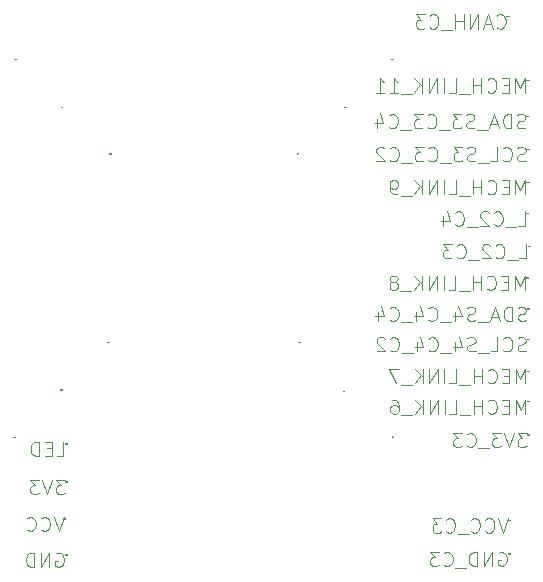
<source format=gbr>
G04 #@! TF.FileFunction,Legend,Bot*
%FSLAX46Y46*%
G04 Gerber Fmt 4.6, Leading zero omitted, Abs format (unit mm)*
G04 Created by KiCad (PCBNEW 4.0.6) date 05/07/17 20:57:05*
%MOMM*%
%LPD*%
G01*
G04 APERTURE LIST*
%ADD10C,0.100000*%
%ADD11C,0.101600*%
%ADD12C,0.002032*%
G04 APERTURE END LIST*
D10*
D11*
X144340043Y-115855848D02*
X143593162Y-115855848D01*
X143995329Y-116315467D01*
X143822971Y-116315467D01*
X143708067Y-116372919D01*
X143650614Y-116430371D01*
X143593162Y-116545276D01*
X143593162Y-116832538D01*
X143650614Y-116947443D01*
X143708067Y-117004895D01*
X143822971Y-117062348D01*
X144167686Y-117062348D01*
X144282590Y-117004895D01*
X144340043Y-116947443D01*
X143248447Y-115855848D02*
X142846281Y-117062348D01*
X142444114Y-115855848D01*
X142156852Y-115855848D02*
X141409971Y-115855848D01*
X141812138Y-116315467D01*
X141639780Y-116315467D01*
X141524876Y-116372919D01*
X141467423Y-116430371D01*
X141409971Y-116545276D01*
X141409971Y-116832538D01*
X141467423Y-116947443D01*
X141524876Y-117004895D01*
X141639780Y-117062348D01*
X141984495Y-117062348D01*
X142099399Y-117004895D01*
X142156852Y-116947443D01*
X141180161Y-117177252D02*
X140260923Y-117177252D01*
X139284233Y-116947443D02*
X139341685Y-117004895D01*
X139514042Y-117062348D01*
X139628947Y-117062348D01*
X139801304Y-117004895D01*
X139916209Y-116889990D01*
X139973661Y-116775086D01*
X140031113Y-116545276D01*
X140031113Y-116372919D01*
X139973661Y-116143110D01*
X139916209Y-116028205D01*
X139801304Y-115913300D01*
X139628947Y-115855848D01*
X139514042Y-115855848D01*
X139341685Y-115913300D01*
X139284233Y-115970752D01*
X138882066Y-115855848D02*
X138135185Y-115855848D01*
X138537352Y-116315467D01*
X138364994Y-116315467D01*
X138250090Y-116372919D01*
X138192637Y-116430371D01*
X138135185Y-116545276D01*
X138135185Y-116832538D01*
X138192637Y-116947443D01*
X138250090Y-117004895D01*
X138364994Y-117062348D01*
X138709709Y-117062348D01*
X138824613Y-117004895D01*
X138882066Y-116947443D01*
D12*
X144548555Y-116010751D02*
X144548555Y-115986621D01*
X144539362Y-115986621D01*
X144537064Y-115987770D01*
X144535915Y-115988919D01*
X144534766Y-115991217D01*
X144534766Y-115994664D01*
X144535915Y-115996962D01*
X144537064Y-115998111D01*
X144539362Y-115999260D01*
X144548555Y-115999260D01*
X144527872Y-115986621D02*
X144514083Y-115986621D01*
X144520978Y-116010751D02*
X144520978Y-115986621D01*
X144492251Y-116010751D02*
X144500295Y-115999260D01*
X144506040Y-116010751D02*
X144506040Y-115986621D01*
X144496847Y-115986621D01*
X144494549Y-115987770D01*
X144493400Y-115988919D01*
X144492251Y-115991217D01*
X144492251Y-115994664D01*
X144493400Y-115996962D01*
X144494549Y-115998111D01*
X144496847Y-115999260D01*
X144506040Y-115999260D01*
X144469270Y-116010751D02*
X144483059Y-116010751D01*
X144476165Y-116010751D02*
X144476165Y-115986621D01*
X144478463Y-115990068D01*
X144480761Y-115992366D01*
X144483059Y-115993515D01*
X144462376Y-115986621D02*
X144448587Y-115986621D01*
X144455482Y-116010751D02*
X144455482Y-115986621D01*
X144440544Y-116010751D02*
X144440544Y-115986621D01*
X144431351Y-115986621D01*
X144429053Y-115987770D01*
X144427904Y-115988919D01*
X144426755Y-115991217D01*
X144426755Y-115994664D01*
X144427904Y-115996962D01*
X144429053Y-115998111D01*
X144431351Y-115999260D01*
X144440544Y-115999260D01*
X144403774Y-116010751D02*
X144417563Y-116010751D01*
X144410669Y-116010751D02*
X144410669Y-115986621D01*
X144412967Y-115990068D01*
X144415265Y-115992366D01*
X144417563Y-115993515D01*
X144380793Y-116010751D02*
X144394582Y-116010751D01*
X144387688Y-116010751D02*
X144387688Y-115986621D01*
X144389986Y-115990068D01*
X144392284Y-115992366D01*
X144394582Y-115993515D01*
X144356663Y-116010751D02*
X144364707Y-115999260D01*
X144370452Y-116010751D02*
X144370452Y-115986621D01*
X144361259Y-115986621D01*
X144358961Y-115987770D01*
X144357812Y-115988919D01*
X144356663Y-115991217D01*
X144356663Y-115994664D01*
X144357812Y-115996962D01*
X144358961Y-115998111D01*
X144361259Y-115999260D01*
X144370452Y-115999260D01*
D11*
X141983562Y-125991900D02*
X142098467Y-125934448D01*
X142270824Y-125934448D01*
X142443181Y-125991900D01*
X142558086Y-126106805D01*
X142615538Y-126221710D01*
X142672990Y-126451519D01*
X142672990Y-126623876D01*
X142615538Y-126853686D01*
X142558086Y-126968590D01*
X142443181Y-127083495D01*
X142270824Y-127140948D01*
X142155919Y-127140948D01*
X141983562Y-127083495D01*
X141926110Y-127026043D01*
X141926110Y-126623876D01*
X142155919Y-126623876D01*
X141409038Y-127140948D02*
X141409038Y-125934448D01*
X140719610Y-127140948D01*
X140719610Y-125934448D01*
X140145086Y-127140948D02*
X140145086Y-125934448D01*
X139857824Y-125934448D01*
X139685467Y-125991900D01*
X139570562Y-126106805D01*
X139513110Y-126221710D01*
X139455658Y-126451519D01*
X139455658Y-126623876D01*
X139513110Y-126853686D01*
X139570562Y-126968590D01*
X139685467Y-127083495D01*
X139857824Y-127140948D01*
X140145086Y-127140948D01*
X139225848Y-127255852D02*
X138306610Y-127255852D01*
X137329920Y-127026043D02*
X137387372Y-127083495D01*
X137559729Y-127140948D01*
X137674634Y-127140948D01*
X137846991Y-127083495D01*
X137961896Y-126968590D01*
X138019348Y-126853686D01*
X138076800Y-126623876D01*
X138076800Y-126451519D01*
X138019348Y-126221710D01*
X137961896Y-126106805D01*
X137846991Y-125991900D01*
X137674634Y-125934448D01*
X137559729Y-125934448D01*
X137387372Y-125991900D01*
X137329920Y-126049352D01*
X136927753Y-125934448D02*
X136180872Y-125934448D01*
X136583039Y-126394067D01*
X136410681Y-126394067D01*
X136295777Y-126451519D01*
X136238324Y-126508971D01*
X136180872Y-126623876D01*
X136180872Y-126911138D01*
X136238324Y-127026043D01*
X136295777Y-127083495D01*
X136410681Y-127140948D01*
X136755396Y-127140948D01*
X136870300Y-127083495D01*
X136927753Y-127026043D01*
D12*
X142938955Y-126089351D02*
X142938955Y-126065221D01*
X142929762Y-126065221D01*
X142927464Y-126066370D01*
X142926315Y-126067519D01*
X142925166Y-126069817D01*
X142925166Y-126073264D01*
X142926315Y-126075562D01*
X142927464Y-126076711D01*
X142929762Y-126077860D01*
X142938955Y-126077860D01*
X142918272Y-126065221D02*
X142904483Y-126065221D01*
X142911378Y-126089351D02*
X142911378Y-126065221D01*
X142882651Y-126089351D02*
X142890695Y-126077860D01*
X142896440Y-126089351D02*
X142896440Y-126065221D01*
X142887247Y-126065221D01*
X142884949Y-126066370D01*
X142883800Y-126067519D01*
X142882651Y-126069817D01*
X142882651Y-126073264D01*
X142883800Y-126075562D01*
X142884949Y-126076711D01*
X142887247Y-126077860D01*
X142896440Y-126077860D01*
X142859670Y-126089351D02*
X142873459Y-126089351D01*
X142866565Y-126089351D02*
X142866565Y-126065221D01*
X142868863Y-126068668D01*
X142871161Y-126070966D01*
X142873459Y-126072115D01*
X142852776Y-126065221D02*
X142838987Y-126065221D01*
X142845882Y-126089351D02*
X142845882Y-126065221D01*
X142830944Y-126089351D02*
X142830944Y-126065221D01*
X142821751Y-126065221D01*
X142819453Y-126066370D01*
X142818304Y-126067519D01*
X142817155Y-126069817D01*
X142817155Y-126073264D01*
X142818304Y-126075562D01*
X142819453Y-126076711D01*
X142821751Y-126077860D01*
X142830944Y-126077860D01*
X142794174Y-126089351D02*
X142807963Y-126089351D01*
X142801069Y-126089351D02*
X142801069Y-126065221D01*
X142803367Y-126068668D01*
X142805665Y-126070966D01*
X142807963Y-126072115D01*
X142771193Y-126089351D02*
X142784982Y-126089351D01*
X142778088Y-126089351D02*
X142778088Y-126065221D01*
X142780386Y-126068668D01*
X142782684Y-126070966D01*
X142784982Y-126072115D01*
X142747063Y-126089351D02*
X142755107Y-126077860D01*
X142760852Y-126089351D02*
X142760852Y-126065221D01*
X142751659Y-126065221D01*
X142749361Y-126066370D01*
X142748212Y-126067519D01*
X142747063Y-126069817D01*
X142747063Y-126073264D01*
X142748212Y-126075562D01*
X142749361Y-126076711D01*
X142751659Y-126077860D01*
X142760852Y-126077860D01*
D11*
X143726814Y-101085748D02*
X144301338Y-101085748D01*
X144301338Y-99879248D01*
X143611910Y-101200652D02*
X142692672Y-101200652D01*
X141715982Y-100970843D02*
X141773434Y-101028295D01*
X141945791Y-101085748D01*
X142060696Y-101085748D01*
X142233053Y-101028295D01*
X142347958Y-100913390D01*
X142405410Y-100798486D01*
X142462862Y-100568676D01*
X142462862Y-100396319D01*
X142405410Y-100166510D01*
X142347958Y-100051605D01*
X142233053Y-99936700D01*
X142060696Y-99879248D01*
X141945791Y-99879248D01*
X141773434Y-99936700D01*
X141715982Y-99994152D01*
X141256362Y-99994152D02*
X141198910Y-99936700D01*
X141084005Y-99879248D01*
X140796743Y-99879248D01*
X140681839Y-99936700D01*
X140624386Y-99994152D01*
X140566934Y-100109057D01*
X140566934Y-100223962D01*
X140624386Y-100396319D01*
X141313815Y-101085748D01*
X140566934Y-101085748D01*
X140337124Y-101200652D02*
X139417886Y-101200652D01*
X138441196Y-100970843D02*
X138498648Y-101028295D01*
X138671005Y-101085748D01*
X138785910Y-101085748D01*
X138958267Y-101028295D01*
X139073172Y-100913390D01*
X139130624Y-100798486D01*
X139188076Y-100568676D01*
X139188076Y-100396319D01*
X139130624Y-100166510D01*
X139073172Y-100051605D01*
X138958267Y-99936700D01*
X138785910Y-99879248D01*
X138671005Y-99879248D01*
X138498648Y-99936700D01*
X138441196Y-99994152D01*
X138039029Y-99879248D02*
X137292148Y-99879248D01*
X137694315Y-100338867D01*
X137521957Y-100338867D01*
X137407053Y-100396319D01*
X137349600Y-100453771D01*
X137292148Y-100568676D01*
X137292148Y-100855938D01*
X137349600Y-100970843D01*
X137407053Y-101028295D01*
X137521957Y-101085748D01*
X137866672Y-101085748D01*
X137981576Y-101028295D01*
X138039029Y-100970843D01*
D12*
X144624755Y-100034151D02*
X144624755Y-100010021D01*
X144615562Y-100010021D01*
X144613264Y-100011170D01*
X144612115Y-100012319D01*
X144610966Y-100014617D01*
X144610966Y-100018064D01*
X144612115Y-100020362D01*
X144613264Y-100021511D01*
X144615562Y-100022660D01*
X144624755Y-100022660D01*
X144604072Y-100010021D02*
X144590283Y-100010021D01*
X144597178Y-100034151D02*
X144597178Y-100010021D01*
X144568451Y-100034151D02*
X144576495Y-100022660D01*
X144582240Y-100034151D02*
X144582240Y-100010021D01*
X144573047Y-100010021D01*
X144570749Y-100011170D01*
X144569600Y-100012319D01*
X144568451Y-100014617D01*
X144568451Y-100018064D01*
X144569600Y-100020362D01*
X144570749Y-100021511D01*
X144573047Y-100022660D01*
X144582240Y-100022660D01*
X144545470Y-100034151D02*
X144559259Y-100034151D01*
X144552365Y-100034151D02*
X144552365Y-100010021D01*
X144554663Y-100013468D01*
X144556961Y-100015766D01*
X144559259Y-100016915D01*
X144538576Y-100010021D02*
X144524787Y-100010021D01*
X144531682Y-100034151D02*
X144531682Y-100010021D01*
X144516744Y-100034151D02*
X144516744Y-100010021D01*
X144507551Y-100010021D01*
X144505253Y-100011170D01*
X144504104Y-100012319D01*
X144502955Y-100014617D01*
X144502955Y-100018064D01*
X144504104Y-100020362D01*
X144505253Y-100021511D01*
X144507551Y-100022660D01*
X144516744Y-100022660D01*
X144479974Y-100034151D02*
X144493763Y-100034151D01*
X144486869Y-100034151D02*
X144486869Y-100010021D01*
X144489167Y-100013468D01*
X144491465Y-100015766D01*
X144493763Y-100016915D01*
X144456993Y-100034151D02*
X144470782Y-100034151D01*
X144463888Y-100034151D02*
X144463888Y-100010021D01*
X144466186Y-100013468D01*
X144468484Y-100015766D01*
X144470782Y-100016915D01*
X144432863Y-100034151D02*
X144440907Y-100022660D01*
X144446652Y-100034151D02*
X144446652Y-100010021D01*
X144437459Y-100010021D01*
X144435161Y-100011170D01*
X144434012Y-100012319D01*
X144432863Y-100014617D01*
X144432863Y-100018064D01*
X144434012Y-100020362D01*
X144435161Y-100021511D01*
X144437459Y-100022660D01*
X144446652Y-100022660D01*
D11*
X143599814Y-98317148D02*
X144174338Y-98317148D01*
X144174338Y-97110648D01*
X143484910Y-98432052D02*
X142565672Y-98432052D01*
X141588982Y-98202243D02*
X141646434Y-98259695D01*
X141818791Y-98317148D01*
X141933696Y-98317148D01*
X142106053Y-98259695D01*
X142220958Y-98144790D01*
X142278410Y-98029886D01*
X142335862Y-97800076D01*
X142335862Y-97627719D01*
X142278410Y-97397910D01*
X142220958Y-97283005D01*
X142106053Y-97168100D01*
X141933696Y-97110648D01*
X141818791Y-97110648D01*
X141646434Y-97168100D01*
X141588982Y-97225552D01*
X141129362Y-97225552D02*
X141071910Y-97168100D01*
X140957005Y-97110648D01*
X140669743Y-97110648D01*
X140554839Y-97168100D01*
X140497386Y-97225552D01*
X140439934Y-97340457D01*
X140439934Y-97455362D01*
X140497386Y-97627719D01*
X141186815Y-98317148D01*
X140439934Y-98317148D01*
X140210124Y-98432052D02*
X139290886Y-98432052D01*
X138314196Y-98202243D02*
X138371648Y-98259695D01*
X138544005Y-98317148D01*
X138658910Y-98317148D01*
X138831267Y-98259695D01*
X138946172Y-98144790D01*
X139003624Y-98029886D01*
X139061076Y-97800076D01*
X139061076Y-97627719D01*
X139003624Y-97397910D01*
X138946172Y-97283005D01*
X138831267Y-97168100D01*
X138658910Y-97110648D01*
X138544005Y-97110648D01*
X138371648Y-97168100D01*
X138314196Y-97225552D01*
X137280053Y-97512814D02*
X137280053Y-98317148D01*
X137567315Y-97053195D02*
X137854576Y-97914981D01*
X137107696Y-97914981D01*
D12*
X144497755Y-97265551D02*
X144497755Y-97241421D01*
X144488562Y-97241421D01*
X144486264Y-97242570D01*
X144485115Y-97243719D01*
X144483966Y-97246017D01*
X144483966Y-97249464D01*
X144485115Y-97251762D01*
X144486264Y-97252911D01*
X144488562Y-97254060D01*
X144497755Y-97254060D01*
X144477072Y-97241421D02*
X144463283Y-97241421D01*
X144470178Y-97265551D02*
X144470178Y-97241421D01*
X144441451Y-97265551D02*
X144449495Y-97254060D01*
X144455240Y-97265551D02*
X144455240Y-97241421D01*
X144446047Y-97241421D01*
X144443749Y-97242570D01*
X144442600Y-97243719D01*
X144441451Y-97246017D01*
X144441451Y-97249464D01*
X144442600Y-97251762D01*
X144443749Y-97252911D01*
X144446047Y-97254060D01*
X144455240Y-97254060D01*
X144418470Y-97265551D02*
X144432259Y-97265551D01*
X144425365Y-97265551D02*
X144425365Y-97241421D01*
X144427663Y-97244868D01*
X144429961Y-97247166D01*
X144432259Y-97248315D01*
X144411576Y-97241421D02*
X144397787Y-97241421D01*
X144404682Y-97265551D02*
X144404682Y-97241421D01*
X144389744Y-97265551D02*
X144389744Y-97241421D01*
X144380551Y-97241421D01*
X144378253Y-97242570D01*
X144377104Y-97243719D01*
X144375955Y-97246017D01*
X144375955Y-97249464D01*
X144377104Y-97251762D01*
X144378253Y-97252911D01*
X144380551Y-97254060D01*
X144389744Y-97254060D01*
X144352974Y-97265551D02*
X144366763Y-97265551D01*
X144359869Y-97265551D02*
X144359869Y-97241421D01*
X144362167Y-97244868D01*
X144364465Y-97247166D01*
X144366763Y-97248315D01*
X144329993Y-97265551D02*
X144343782Y-97265551D01*
X144336888Y-97265551D02*
X144336888Y-97241421D01*
X144339186Y-97244868D01*
X144341484Y-97247166D01*
X144343782Y-97248315D01*
X144305863Y-97265551D02*
X144313907Y-97254060D01*
X144319652Y-97265551D02*
X144319652Y-97241421D01*
X144310459Y-97241421D01*
X144308161Y-97242570D01*
X144307012Y-97243719D01*
X144305863Y-97246017D01*
X144305863Y-97249464D01*
X144307012Y-97251762D01*
X144308161Y-97252911D01*
X144310459Y-97254060D01*
X144319652Y-97254060D01*
D11*
X144225138Y-111652148D02*
X144225138Y-110445648D01*
X143822971Y-111307433D01*
X143420805Y-110445648D01*
X143420805Y-111652148D01*
X142846281Y-111020171D02*
X142444114Y-111020171D01*
X142271757Y-111652148D02*
X142846281Y-111652148D01*
X142846281Y-110445648D01*
X142271757Y-110445648D01*
X141065258Y-111537243D02*
X141122710Y-111594695D01*
X141295067Y-111652148D01*
X141409972Y-111652148D01*
X141582329Y-111594695D01*
X141697234Y-111479790D01*
X141754686Y-111364886D01*
X141812138Y-111135076D01*
X141812138Y-110962719D01*
X141754686Y-110732910D01*
X141697234Y-110618005D01*
X141582329Y-110503100D01*
X141409972Y-110445648D01*
X141295067Y-110445648D01*
X141122710Y-110503100D01*
X141065258Y-110560552D01*
X140548186Y-111652148D02*
X140548186Y-110445648D01*
X140548186Y-111020171D02*
X139858758Y-111020171D01*
X139858758Y-111652148D02*
X139858758Y-110445648D01*
X139571496Y-111767052D02*
X138652258Y-111767052D01*
X137790472Y-111652148D02*
X138364996Y-111652148D01*
X138364996Y-110445648D01*
X137388306Y-111652148D02*
X137388306Y-110445648D01*
X136813782Y-111652148D02*
X136813782Y-110445648D01*
X136124354Y-111652148D01*
X136124354Y-110445648D01*
X135549830Y-111652148D02*
X135549830Y-110445648D01*
X134860402Y-111652148D02*
X135377473Y-110962719D01*
X134860402Y-110445648D02*
X135549830Y-111135076D01*
X134630592Y-111767052D02*
X133711354Y-111767052D01*
X133538997Y-110445648D02*
X132734664Y-110445648D01*
X133251735Y-111652148D01*
D12*
X144548555Y-110600551D02*
X144548555Y-110576421D01*
X144539362Y-110576421D01*
X144537064Y-110577570D01*
X144535915Y-110578719D01*
X144534766Y-110581017D01*
X144534766Y-110584464D01*
X144535915Y-110586762D01*
X144537064Y-110587911D01*
X144539362Y-110589060D01*
X144548555Y-110589060D01*
X144527872Y-110576421D02*
X144514083Y-110576421D01*
X144520978Y-110600551D02*
X144520978Y-110576421D01*
X144492251Y-110600551D02*
X144500295Y-110589060D01*
X144506040Y-110600551D02*
X144506040Y-110576421D01*
X144496847Y-110576421D01*
X144494549Y-110577570D01*
X144493400Y-110578719D01*
X144492251Y-110581017D01*
X144492251Y-110584464D01*
X144493400Y-110586762D01*
X144494549Y-110587911D01*
X144496847Y-110589060D01*
X144506040Y-110589060D01*
X144469270Y-110600551D02*
X144483059Y-110600551D01*
X144476165Y-110600551D02*
X144476165Y-110576421D01*
X144478463Y-110579868D01*
X144480761Y-110582166D01*
X144483059Y-110583315D01*
X144462376Y-110576421D02*
X144448587Y-110576421D01*
X144455482Y-110600551D02*
X144455482Y-110576421D01*
X144440544Y-110600551D02*
X144440544Y-110576421D01*
X144431351Y-110576421D01*
X144429053Y-110577570D01*
X144427904Y-110578719D01*
X144426755Y-110581017D01*
X144426755Y-110584464D01*
X144427904Y-110586762D01*
X144429053Y-110587911D01*
X144431351Y-110589060D01*
X144440544Y-110589060D01*
X144403774Y-110600551D02*
X144417563Y-110600551D01*
X144410669Y-110600551D02*
X144410669Y-110576421D01*
X144412967Y-110579868D01*
X144415265Y-110582166D01*
X144417563Y-110583315D01*
X144380793Y-110600551D02*
X144394582Y-110600551D01*
X144387688Y-110600551D02*
X144387688Y-110576421D01*
X144389986Y-110579868D01*
X144392284Y-110582166D01*
X144394582Y-110583315D01*
X144356663Y-110600551D02*
X144364707Y-110589060D01*
X144370452Y-110600551D02*
X144370452Y-110576421D01*
X144361259Y-110576421D01*
X144358961Y-110577570D01*
X144357812Y-110578719D01*
X144356663Y-110581017D01*
X144356663Y-110584464D01*
X144357812Y-110586762D01*
X144358961Y-110587911D01*
X144361259Y-110589060D01*
X144370452Y-110589060D01*
D11*
X144199738Y-87039548D02*
X144199738Y-85833048D01*
X143797571Y-86694833D01*
X143395405Y-85833048D01*
X143395405Y-87039548D01*
X142820881Y-86407571D02*
X142418714Y-86407571D01*
X142246357Y-87039548D02*
X142820881Y-87039548D01*
X142820881Y-85833048D01*
X142246357Y-85833048D01*
X141039858Y-86924643D02*
X141097310Y-86982095D01*
X141269667Y-87039548D01*
X141384572Y-87039548D01*
X141556929Y-86982095D01*
X141671834Y-86867190D01*
X141729286Y-86752286D01*
X141786738Y-86522476D01*
X141786738Y-86350119D01*
X141729286Y-86120310D01*
X141671834Y-86005405D01*
X141556929Y-85890500D01*
X141384572Y-85833048D01*
X141269667Y-85833048D01*
X141097310Y-85890500D01*
X141039858Y-85947952D01*
X140522786Y-87039548D02*
X140522786Y-85833048D01*
X140522786Y-86407571D02*
X139833358Y-86407571D01*
X139833358Y-87039548D02*
X139833358Y-85833048D01*
X139546096Y-87154452D02*
X138626858Y-87154452D01*
X137765072Y-87039548D02*
X138339596Y-87039548D01*
X138339596Y-85833048D01*
X137362906Y-87039548D02*
X137362906Y-85833048D01*
X136788382Y-87039548D02*
X136788382Y-85833048D01*
X136098954Y-87039548D01*
X136098954Y-85833048D01*
X135524430Y-87039548D02*
X135524430Y-85833048D01*
X134835002Y-87039548D02*
X135352073Y-86350119D01*
X134835002Y-85833048D02*
X135524430Y-86522476D01*
X134605192Y-87154452D02*
X133685954Y-87154452D01*
X132766716Y-87039548D02*
X133456144Y-87039548D01*
X133111430Y-87039548D02*
X133111430Y-85833048D01*
X133226335Y-86005405D01*
X133341240Y-86120310D01*
X133456144Y-86177762D01*
X131617668Y-87039548D02*
X132307096Y-87039548D01*
X131962382Y-87039548D02*
X131962382Y-85833048D01*
X132077287Y-86005405D01*
X132192192Y-86120310D01*
X132307096Y-86177762D01*
D12*
X144523155Y-85987951D02*
X144523155Y-85963821D01*
X144513962Y-85963821D01*
X144511664Y-85964970D01*
X144510515Y-85966119D01*
X144509366Y-85968417D01*
X144509366Y-85971864D01*
X144510515Y-85974162D01*
X144511664Y-85975311D01*
X144513962Y-85976460D01*
X144523155Y-85976460D01*
X144502472Y-85963821D02*
X144488683Y-85963821D01*
X144495578Y-85987951D02*
X144495578Y-85963821D01*
X144466851Y-85987951D02*
X144474895Y-85976460D01*
X144480640Y-85987951D02*
X144480640Y-85963821D01*
X144471447Y-85963821D01*
X144469149Y-85964970D01*
X144468000Y-85966119D01*
X144466851Y-85968417D01*
X144466851Y-85971864D01*
X144468000Y-85974162D01*
X144469149Y-85975311D01*
X144471447Y-85976460D01*
X144480640Y-85976460D01*
X144443870Y-85987951D02*
X144457659Y-85987951D01*
X144450765Y-85987951D02*
X144450765Y-85963821D01*
X144453063Y-85967268D01*
X144455361Y-85969566D01*
X144457659Y-85970715D01*
X144436976Y-85963821D02*
X144423187Y-85963821D01*
X144430082Y-85987951D02*
X144430082Y-85963821D01*
X144415144Y-85987951D02*
X144415144Y-85963821D01*
X144405951Y-85963821D01*
X144403653Y-85964970D01*
X144402504Y-85966119D01*
X144401355Y-85968417D01*
X144401355Y-85971864D01*
X144402504Y-85974162D01*
X144403653Y-85975311D01*
X144405951Y-85976460D01*
X144415144Y-85976460D01*
X144378374Y-85987951D02*
X144392163Y-85987951D01*
X144385269Y-85987951D02*
X144385269Y-85963821D01*
X144387567Y-85967268D01*
X144389865Y-85969566D01*
X144392163Y-85970715D01*
X144355393Y-85987951D02*
X144369182Y-85987951D01*
X144362288Y-85987951D02*
X144362288Y-85963821D01*
X144364586Y-85967268D01*
X144366884Y-85969566D01*
X144369182Y-85970715D01*
X144331263Y-85987951D02*
X144339307Y-85976460D01*
X144345052Y-85987951D02*
X144345052Y-85963821D01*
X144335859Y-85963821D01*
X144333561Y-85964970D01*
X144332412Y-85966119D01*
X144331263Y-85968417D01*
X144331263Y-85971864D01*
X144332412Y-85974162D01*
X144333561Y-85975311D01*
X144335859Y-85976460D01*
X144345052Y-85976460D01*
D11*
X144174338Y-103752748D02*
X144174338Y-102546248D01*
X143772171Y-103408033D01*
X143370005Y-102546248D01*
X143370005Y-103752748D01*
X142795481Y-103120771D02*
X142393314Y-103120771D01*
X142220957Y-103752748D02*
X142795481Y-103752748D01*
X142795481Y-102546248D01*
X142220957Y-102546248D01*
X141014458Y-103637843D02*
X141071910Y-103695295D01*
X141244267Y-103752748D01*
X141359172Y-103752748D01*
X141531529Y-103695295D01*
X141646434Y-103580390D01*
X141703886Y-103465486D01*
X141761338Y-103235676D01*
X141761338Y-103063319D01*
X141703886Y-102833510D01*
X141646434Y-102718605D01*
X141531529Y-102603700D01*
X141359172Y-102546248D01*
X141244267Y-102546248D01*
X141071910Y-102603700D01*
X141014458Y-102661152D01*
X140497386Y-103752748D02*
X140497386Y-102546248D01*
X140497386Y-103120771D02*
X139807958Y-103120771D01*
X139807958Y-103752748D02*
X139807958Y-102546248D01*
X139520696Y-103867652D02*
X138601458Y-103867652D01*
X137739672Y-103752748D02*
X138314196Y-103752748D01*
X138314196Y-102546248D01*
X137337506Y-103752748D02*
X137337506Y-102546248D01*
X136762982Y-103752748D02*
X136762982Y-102546248D01*
X136073554Y-103752748D01*
X136073554Y-102546248D01*
X135499030Y-103752748D02*
X135499030Y-102546248D01*
X134809602Y-103752748D02*
X135326673Y-103063319D01*
X134809602Y-102546248D02*
X135499030Y-103235676D01*
X134579792Y-103867652D02*
X133660554Y-103867652D01*
X133200935Y-103063319D02*
X133315840Y-103005867D01*
X133373292Y-102948414D01*
X133430744Y-102833510D01*
X133430744Y-102776057D01*
X133373292Y-102661152D01*
X133315840Y-102603700D01*
X133200935Y-102546248D01*
X132971125Y-102546248D01*
X132856221Y-102603700D01*
X132798768Y-102661152D01*
X132741316Y-102776057D01*
X132741316Y-102833510D01*
X132798768Y-102948414D01*
X132856221Y-103005867D01*
X132971125Y-103063319D01*
X133200935Y-103063319D01*
X133315840Y-103120771D01*
X133373292Y-103178224D01*
X133430744Y-103293129D01*
X133430744Y-103522938D01*
X133373292Y-103637843D01*
X133315840Y-103695295D01*
X133200935Y-103752748D01*
X132971125Y-103752748D01*
X132856221Y-103695295D01*
X132798768Y-103637843D01*
X132741316Y-103522938D01*
X132741316Y-103293129D01*
X132798768Y-103178224D01*
X132856221Y-103120771D01*
X132971125Y-103063319D01*
D12*
X144497755Y-102701151D02*
X144497755Y-102677021D01*
X144488562Y-102677021D01*
X144486264Y-102678170D01*
X144485115Y-102679319D01*
X144483966Y-102681617D01*
X144483966Y-102685064D01*
X144485115Y-102687362D01*
X144486264Y-102688511D01*
X144488562Y-102689660D01*
X144497755Y-102689660D01*
X144477072Y-102677021D02*
X144463283Y-102677021D01*
X144470178Y-102701151D02*
X144470178Y-102677021D01*
X144441451Y-102701151D02*
X144449495Y-102689660D01*
X144455240Y-102701151D02*
X144455240Y-102677021D01*
X144446047Y-102677021D01*
X144443749Y-102678170D01*
X144442600Y-102679319D01*
X144441451Y-102681617D01*
X144441451Y-102685064D01*
X144442600Y-102687362D01*
X144443749Y-102688511D01*
X144446047Y-102689660D01*
X144455240Y-102689660D01*
X144418470Y-102701151D02*
X144432259Y-102701151D01*
X144425365Y-102701151D02*
X144425365Y-102677021D01*
X144427663Y-102680468D01*
X144429961Y-102682766D01*
X144432259Y-102683915D01*
X144411576Y-102677021D02*
X144397787Y-102677021D01*
X144404682Y-102701151D02*
X144404682Y-102677021D01*
X144389744Y-102701151D02*
X144389744Y-102677021D01*
X144380551Y-102677021D01*
X144378253Y-102678170D01*
X144377104Y-102679319D01*
X144375955Y-102681617D01*
X144375955Y-102685064D01*
X144377104Y-102687362D01*
X144378253Y-102688511D01*
X144380551Y-102689660D01*
X144389744Y-102689660D01*
X144352974Y-102701151D02*
X144366763Y-102701151D01*
X144359869Y-102701151D02*
X144359869Y-102677021D01*
X144362167Y-102680468D01*
X144364465Y-102682766D01*
X144366763Y-102683915D01*
X144329993Y-102701151D02*
X144343782Y-102701151D01*
X144336888Y-102701151D02*
X144336888Y-102677021D01*
X144339186Y-102680468D01*
X144341484Y-102682766D01*
X144343782Y-102683915D01*
X144305863Y-102701151D02*
X144313907Y-102689660D01*
X144319652Y-102701151D02*
X144319652Y-102677021D01*
X144310459Y-102677021D01*
X144308161Y-102678170D01*
X144307012Y-102679319D01*
X144305863Y-102681617D01*
X144305863Y-102685064D01*
X144307012Y-102687362D01*
X144308161Y-102688511D01*
X144310459Y-102689660D01*
X144319652Y-102689660D01*
D11*
X144199738Y-95650148D02*
X144199738Y-94443648D01*
X143797571Y-95305433D01*
X143395405Y-94443648D01*
X143395405Y-95650148D01*
X142820881Y-95018171D02*
X142418714Y-95018171D01*
X142246357Y-95650148D02*
X142820881Y-95650148D01*
X142820881Y-94443648D01*
X142246357Y-94443648D01*
X141039858Y-95535243D02*
X141097310Y-95592695D01*
X141269667Y-95650148D01*
X141384572Y-95650148D01*
X141556929Y-95592695D01*
X141671834Y-95477790D01*
X141729286Y-95362886D01*
X141786738Y-95133076D01*
X141786738Y-94960719D01*
X141729286Y-94730910D01*
X141671834Y-94616005D01*
X141556929Y-94501100D01*
X141384572Y-94443648D01*
X141269667Y-94443648D01*
X141097310Y-94501100D01*
X141039858Y-94558552D01*
X140522786Y-95650148D02*
X140522786Y-94443648D01*
X140522786Y-95018171D02*
X139833358Y-95018171D01*
X139833358Y-95650148D02*
X139833358Y-94443648D01*
X139546096Y-95765052D02*
X138626858Y-95765052D01*
X137765072Y-95650148D02*
X138339596Y-95650148D01*
X138339596Y-94443648D01*
X137362906Y-95650148D02*
X137362906Y-94443648D01*
X136788382Y-95650148D02*
X136788382Y-94443648D01*
X136098954Y-95650148D01*
X136098954Y-94443648D01*
X135524430Y-95650148D02*
X135524430Y-94443648D01*
X134835002Y-95650148D02*
X135352073Y-94960719D01*
X134835002Y-94443648D02*
X135524430Y-95133076D01*
X134605192Y-95765052D02*
X133685954Y-95765052D01*
X133341240Y-95650148D02*
X133111430Y-95650148D01*
X132996525Y-95592695D01*
X132939073Y-95535243D01*
X132824168Y-95362886D01*
X132766716Y-95133076D01*
X132766716Y-94673457D01*
X132824168Y-94558552D01*
X132881621Y-94501100D01*
X132996525Y-94443648D01*
X133226335Y-94443648D01*
X133341240Y-94501100D01*
X133398692Y-94558552D01*
X133456144Y-94673457D01*
X133456144Y-94960719D01*
X133398692Y-95075624D01*
X133341240Y-95133076D01*
X133226335Y-95190529D01*
X132996525Y-95190529D01*
X132881621Y-95133076D01*
X132824168Y-95075624D01*
X132766716Y-94960719D01*
D12*
X144523155Y-94598551D02*
X144523155Y-94574421D01*
X144513962Y-94574421D01*
X144511664Y-94575570D01*
X144510515Y-94576719D01*
X144509366Y-94579017D01*
X144509366Y-94582464D01*
X144510515Y-94584762D01*
X144511664Y-94585911D01*
X144513962Y-94587060D01*
X144523155Y-94587060D01*
X144502472Y-94574421D02*
X144488683Y-94574421D01*
X144495578Y-94598551D02*
X144495578Y-94574421D01*
X144466851Y-94598551D02*
X144474895Y-94587060D01*
X144480640Y-94598551D02*
X144480640Y-94574421D01*
X144471447Y-94574421D01*
X144469149Y-94575570D01*
X144468000Y-94576719D01*
X144466851Y-94579017D01*
X144466851Y-94582464D01*
X144468000Y-94584762D01*
X144469149Y-94585911D01*
X144471447Y-94587060D01*
X144480640Y-94587060D01*
X144443870Y-94598551D02*
X144457659Y-94598551D01*
X144450765Y-94598551D02*
X144450765Y-94574421D01*
X144453063Y-94577868D01*
X144455361Y-94580166D01*
X144457659Y-94581315D01*
X144436976Y-94574421D02*
X144423187Y-94574421D01*
X144430082Y-94598551D02*
X144430082Y-94574421D01*
X144415144Y-94598551D02*
X144415144Y-94574421D01*
X144405951Y-94574421D01*
X144403653Y-94575570D01*
X144402504Y-94576719D01*
X144401355Y-94579017D01*
X144401355Y-94582464D01*
X144402504Y-94584762D01*
X144403653Y-94585911D01*
X144405951Y-94587060D01*
X144415144Y-94587060D01*
X144378374Y-94598551D02*
X144392163Y-94598551D01*
X144385269Y-94598551D02*
X144385269Y-94574421D01*
X144387567Y-94577868D01*
X144389865Y-94580166D01*
X144392163Y-94581315D01*
X144355393Y-94598551D02*
X144369182Y-94598551D01*
X144362288Y-94598551D02*
X144362288Y-94574421D01*
X144364586Y-94577868D01*
X144366884Y-94580166D01*
X144369182Y-94581315D01*
X144331263Y-94598551D02*
X144339307Y-94587060D01*
X144345052Y-94598551D02*
X144345052Y-94574421D01*
X144335859Y-94574421D01*
X144333561Y-94575570D01*
X144332412Y-94576719D01*
X144331263Y-94579017D01*
X144331263Y-94582464D01*
X144332412Y-94584762D01*
X144333561Y-94585911D01*
X144335859Y-94587060D01*
X144345052Y-94587060D01*
D11*
X144257190Y-92798695D02*
X144084833Y-92856148D01*
X143797571Y-92856148D01*
X143682667Y-92798695D01*
X143625214Y-92741243D01*
X143567762Y-92626338D01*
X143567762Y-92511433D01*
X143625214Y-92396529D01*
X143682667Y-92339076D01*
X143797571Y-92281624D01*
X144027381Y-92224171D01*
X144142286Y-92166719D01*
X144199738Y-92109267D01*
X144257190Y-91994362D01*
X144257190Y-91879457D01*
X144199738Y-91764552D01*
X144142286Y-91707100D01*
X144027381Y-91649648D01*
X143740119Y-91649648D01*
X143567762Y-91707100D01*
X142361262Y-92741243D02*
X142418714Y-92798695D01*
X142591071Y-92856148D01*
X142705976Y-92856148D01*
X142878333Y-92798695D01*
X142993238Y-92683790D01*
X143050690Y-92568886D01*
X143108142Y-92339076D01*
X143108142Y-92166719D01*
X143050690Y-91936910D01*
X142993238Y-91822005D01*
X142878333Y-91707100D01*
X142705976Y-91649648D01*
X142591071Y-91649648D01*
X142418714Y-91707100D01*
X142361262Y-91764552D01*
X141269666Y-92856148D02*
X141844190Y-92856148D01*
X141844190Y-91649648D01*
X141154762Y-92971052D02*
X140235524Y-92971052D01*
X140005714Y-92798695D02*
X139833357Y-92856148D01*
X139546095Y-92856148D01*
X139431191Y-92798695D01*
X139373738Y-92741243D01*
X139316286Y-92626338D01*
X139316286Y-92511433D01*
X139373738Y-92396529D01*
X139431191Y-92339076D01*
X139546095Y-92281624D01*
X139775905Y-92224171D01*
X139890810Y-92166719D01*
X139948262Y-92109267D01*
X140005714Y-91994362D01*
X140005714Y-91879457D01*
X139948262Y-91764552D01*
X139890810Y-91707100D01*
X139775905Y-91649648D01*
X139488643Y-91649648D01*
X139316286Y-91707100D01*
X138914119Y-91649648D02*
X138167238Y-91649648D01*
X138569405Y-92109267D01*
X138397047Y-92109267D01*
X138282143Y-92166719D01*
X138224690Y-92224171D01*
X138167238Y-92339076D01*
X138167238Y-92626338D01*
X138224690Y-92741243D01*
X138282143Y-92798695D01*
X138397047Y-92856148D01*
X138741762Y-92856148D01*
X138856666Y-92798695D01*
X138914119Y-92741243D01*
X137937428Y-92971052D02*
X137018190Y-92971052D01*
X136041500Y-92741243D02*
X136098952Y-92798695D01*
X136271309Y-92856148D01*
X136386214Y-92856148D01*
X136558571Y-92798695D01*
X136673476Y-92683790D01*
X136730928Y-92568886D01*
X136788380Y-92339076D01*
X136788380Y-92166719D01*
X136730928Y-91936910D01*
X136673476Y-91822005D01*
X136558571Y-91707100D01*
X136386214Y-91649648D01*
X136271309Y-91649648D01*
X136098952Y-91707100D01*
X136041500Y-91764552D01*
X135639333Y-91649648D02*
X134892452Y-91649648D01*
X135294619Y-92109267D01*
X135122261Y-92109267D01*
X135007357Y-92166719D01*
X134949904Y-92224171D01*
X134892452Y-92339076D01*
X134892452Y-92626338D01*
X134949904Y-92741243D01*
X135007357Y-92798695D01*
X135122261Y-92856148D01*
X135466976Y-92856148D01*
X135581880Y-92798695D01*
X135639333Y-92741243D01*
X134662642Y-92971052D02*
X133743404Y-92971052D01*
X132766714Y-92741243D02*
X132824166Y-92798695D01*
X132996523Y-92856148D01*
X133111428Y-92856148D01*
X133283785Y-92798695D01*
X133398690Y-92683790D01*
X133456142Y-92568886D01*
X133513594Y-92339076D01*
X133513594Y-92166719D01*
X133456142Y-91936910D01*
X133398690Y-91822005D01*
X133283785Y-91707100D01*
X133111428Y-91649648D01*
X132996523Y-91649648D01*
X132824166Y-91707100D01*
X132766714Y-91764552D01*
X132307094Y-91764552D02*
X132249642Y-91707100D01*
X132134737Y-91649648D01*
X131847475Y-91649648D01*
X131732571Y-91707100D01*
X131675118Y-91764552D01*
X131617666Y-91879457D01*
X131617666Y-91994362D01*
X131675118Y-92166719D01*
X132364547Y-92856148D01*
X131617666Y-92856148D01*
D12*
X144523155Y-91804551D02*
X144523155Y-91780421D01*
X144513962Y-91780421D01*
X144511664Y-91781570D01*
X144510515Y-91782719D01*
X144509366Y-91785017D01*
X144509366Y-91788464D01*
X144510515Y-91790762D01*
X144511664Y-91791911D01*
X144513962Y-91793060D01*
X144523155Y-91793060D01*
X144502472Y-91780421D02*
X144488683Y-91780421D01*
X144495578Y-91804551D02*
X144495578Y-91780421D01*
X144466851Y-91804551D02*
X144474895Y-91793060D01*
X144480640Y-91804551D02*
X144480640Y-91780421D01*
X144471447Y-91780421D01*
X144469149Y-91781570D01*
X144468000Y-91782719D01*
X144466851Y-91785017D01*
X144466851Y-91788464D01*
X144468000Y-91790762D01*
X144469149Y-91791911D01*
X144471447Y-91793060D01*
X144480640Y-91793060D01*
X144443870Y-91804551D02*
X144457659Y-91804551D01*
X144450765Y-91804551D02*
X144450765Y-91780421D01*
X144453063Y-91783868D01*
X144455361Y-91786166D01*
X144457659Y-91787315D01*
X144436976Y-91780421D02*
X144423187Y-91780421D01*
X144430082Y-91804551D02*
X144430082Y-91780421D01*
X144415144Y-91804551D02*
X144415144Y-91780421D01*
X144405951Y-91780421D01*
X144403653Y-91781570D01*
X144402504Y-91782719D01*
X144401355Y-91785017D01*
X144401355Y-91788464D01*
X144402504Y-91790762D01*
X144403653Y-91791911D01*
X144405951Y-91793060D01*
X144415144Y-91793060D01*
X144378374Y-91804551D02*
X144392163Y-91804551D01*
X144385269Y-91804551D02*
X144385269Y-91780421D01*
X144387567Y-91783868D01*
X144389865Y-91786166D01*
X144392163Y-91787315D01*
X144355393Y-91804551D02*
X144369182Y-91804551D01*
X144362288Y-91804551D02*
X144362288Y-91780421D01*
X144364586Y-91783868D01*
X144366884Y-91786166D01*
X144369182Y-91787315D01*
X144331263Y-91804551D02*
X144339307Y-91793060D01*
X144345052Y-91804551D02*
X144345052Y-91780421D01*
X144335859Y-91780421D01*
X144333561Y-91781570D01*
X144332412Y-91782719D01*
X144331263Y-91785017D01*
X144331263Y-91788464D01*
X144332412Y-91790762D01*
X144333561Y-91791911D01*
X144335859Y-91793060D01*
X144345052Y-91793060D01*
D11*
X144282590Y-108902295D02*
X144110233Y-108959748D01*
X143822971Y-108959748D01*
X143708067Y-108902295D01*
X143650614Y-108844843D01*
X143593162Y-108729938D01*
X143593162Y-108615033D01*
X143650614Y-108500129D01*
X143708067Y-108442676D01*
X143822971Y-108385224D01*
X144052781Y-108327771D01*
X144167686Y-108270319D01*
X144225138Y-108212867D01*
X144282590Y-108097962D01*
X144282590Y-107983057D01*
X144225138Y-107868152D01*
X144167686Y-107810700D01*
X144052781Y-107753248D01*
X143765519Y-107753248D01*
X143593162Y-107810700D01*
X142386662Y-108844843D02*
X142444114Y-108902295D01*
X142616471Y-108959748D01*
X142731376Y-108959748D01*
X142903733Y-108902295D01*
X143018638Y-108787390D01*
X143076090Y-108672486D01*
X143133542Y-108442676D01*
X143133542Y-108270319D01*
X143076090Y-108040510D01*
X143018638Y-107925605D01*
X142903733Y-107810700D01*
X142731376Y-107753248D01*
X142616471Y-107753248D01*
X142444114Y-107810700D01*
X142386662Y-107868152D01*
X141295066Y-108959748D02*
X141869590Y-108959748D01*
X141869590Y-107753248D01*
X141180162Y-109074652D02*
X140260924Y-109074652D01*
X140031114Y-108902295D02*
X139858757Y-108959748D01*
X139571495Y-108959748D01*
X139456591Y-108902295D01*
X139399138Y-108844843D01*
X139341686Y-108729938D01*
X139341686Y-108615033D01*
X139399138Y-108500129D01*
X139456591Y-108442676D01*
X139571495Y-108385224D01*
X139801305Y-108327771D01*
X139916210Y-108270319D01*
X139973662Y-108212867D01*
X140031114Y-108097962D01*
X140031114Y-107983057D01*
X139973662Y-107868152D01*
X139916210Y-107810700D01*
X139801305Y-107753248D01*
X139514043Y-107753248D01*
X139341686Y-107810700D01*
X138307543Y-108155414D02*
X138307543Y-108959748D01*
X138594805Y-107695795D02*
X138882066Y-108557581D01*
X138135186Y-108557581D01*
X137962828Y-109074652D02*
X137043590Y-109074652D01*
X136066900Y-108844843D02*
X136124352Y-108902295D01*
X136296709Y-108959748D01*
X136411614Y-108959748D01*
X136583971Y-108902295D01*
X136698876Y-108787390D01*
X136756328Y-108672486D01*
X136813780Y-108442676D01*
X136813780Y-108270319D01*
X136756328Y-108040510D01*
X136698876Y-107925605D01*
X136583971Y-107810700D01*
X136411614Y-107753248D01*
X136296709Y-107753248D01*
X136124352Y-107810700D01*
X136066900Y-107868152D01*
X135032757Y-108155414D02*
X135032757Y-108959748D01*
X135320019Y-107695795D02*
X135607280Y-108557581D01*
X134860400Y-108557581D01*
X134688042Y-109074652D02*
X133768804Y-109074652D01*
X132792114Y-108844843D02*
X132849566Y-108902295D01*
X133021923Y-108959748D01*
X133136828Y-108959748D01*
X133309185Y-108902295D01*
X133424090Y-108787390D01*
X133481542Y-108672486D01*
X133538994Y-108442676D01*
X133538994Y-108270319D01*
X133481542Y-108040510D01*
X133424090Y-107925605D01*
X133309185Y-107810700D01*
X133136828Y-107753248D01*
X133021923Y-107753248D01*
X132849566Y-107810700D01*
X132792114Y-107868152D01*
X132332494Y-107868152D02*
X132275042Y-107810700D01*
X132160137Y-107753248D01*
X131872875Y-107753248D01*
X131757971Y-107810700D01*
X131700518Y-107868152D01*
X131643066Y-107983057D01*
X131643066Y-108097962D01*
X131700518Y-108270319D01*
X132389947Y-108959748D01*
X131643066Y-108959748D01*
D12*
X144548555Y-107908151D02*
X144548555Y-107884021D01*
X144539362Y-107884021D01*
X144537064Y-107885170D01*
X144535915Y-107886319D01*
X144534766Y-107888617D01*
X144534766Y-107892064D01*
X144535915Y-107894362D01*
X144537064Y-107895511D01*
X144539362Y-107896660D01*
X144548555Y-107896660D01*
X144527872Y-107884021D02*
X144514083Y-107884021D01*
X144520978Y-107908151D02*
X144520978Y-107884021D01*
X144492251Y-107908151D02*
X144500295Y-107896660D01*
X144506040Y-107908151D02*
X144506040Y-107884021D01*
X144496847Y-107884021D01*
X144494549Y-107885170D01*
X144493400Y-107886319D01*
X144492251Y-107888617D01*
X144492251Y-107892064D01*
X144493400Y-107894362D01*
X144494549Y-107895511D01*
X144496847Y-107896660D01*
X144506040Y-107896660D01*
X144469270Y-107908151D02*
X144483059Y-107908151D01*
X144476165Y-107908151D02*
X144476165Y-107884021D01*
X144478463Y-107887468D01*
X144480761Y-107889766D01*
X144483059Y-107890915D01*
X144462376Y-107884021D02*
X144448587Y-107884021D01*
X144455482Y-107908151D02*
X144455482Y-107884021D01*
X144440544Y-107908151D02*
X144440544Y-107884021D01*
X144431351Y-107884021D01*
X144429053Y-107885170D01*
X144427904Y-107886319D01*
X144426755Y-107888617D01*
X144426755Y-107892064D01*
X144427904Y-107894362D01*
X144429053Y-107895511D01*
X144431351Y-107896660D01*
X144440544Y-107896660D01*
X144403774Y-107908151D02*
X144417563Y-107908151D01*
X144410669Y-107908151D02*
X144410669Y-107884021D01*
X144412967Y-107887468D01*
X144415265Y-107889766D01*
X144417563Y-107890915D01*
X144380793Y-107908151D02*
X144394582Y-107908151D01*
X144387688Y-107908151D02*
X144387688Y-107884021D01*
X144389986Y-107887468D01*
X144392284Y-107889766D01*
X144394582Y-107890915D01*
X144356663Y-107908151D02*
X144364707Y-107896660D01*
X144370452Y-107908151D02*
X144370452Y-107884021D01*
X144361259Y-107884021D01*
X144358961Y-107885170D01*
X144357812Y-107886319D01*
X144356663Y-107888617D01*
X144356663Y-107892064D01*
X144357812Y-107894362D01*
X144358961Y-107895511D01*
X144361259Y-107896660D01*
X144370452Y-107896660D01*
X129052802Y-88253821D02*
X129039013Y-88253821D01*
X129045908Y-88277951D02*
X129045908Y-88253821D01*
X129030970Y-88277951D02*
X129030970Y-88253821D01*
X129021777Y-88253821D01*
X129019479Y-88254970D01*
X129018330Y-88256119D01*
X129017181Y-88258417D01*
X129017181Y-88261864D01*
X129018330Y-88264162D01*
X129019479Y-88265311D01*
X129021777Y-88266460D01*
X129030970Y-88266460D01*
X128998796Y-88265311D02*
X128995349Y-88266460D01*
X128994200Y-88267610D01*
X128993051Y-88269908D01*
X128993051Y-88273355D01*
X128994200Y-88275653D01*
X128995349Y-88276802D01*
X128997647Y-88277951D01*
X129006840Y-88277951D01*
X129006840Y-88253821D01*
X128998796Y-88253821D01*
X128996498Y-88254970D01*
X128995349Y-88256119D01*
X128994200Y-88258417D01*
X128994200Y-88260715D01*
X128995349Y-88263013D01*
X128996498Y-88264162D01*
X128998796Y-88265311D01*
X129006840Y-88265311D01*
X128983859Y-88256119D02*
X128982710Y-88254970D01*
X128980412Y-88253821D01*
X128974666Y-88253821D01*
X128972368Y-88254970D01*
X128971219Y-88256119D01*
X128970070Y-88258417D01*
X128970070Y-88260715D01*
X128971219Y-88264162D01*
X128985008Y-88277951D01*
X128970070Y-88277951D01*
X128958580Y-88276802D02*
X128958580Y-88277951D01*
X128959729Y-88280249D01*
X128960878Y-88281398D01*
X128936748Y-88253821D02*
X128948239Y-88253821D01*
X128949388Y-88265311D01*
X128948239Y-88264162D01*
X128945941Y-88263013D01*
X128940195Y-88263013D01*
X128937897Y-88264162D01*
X128936748Y-88265311D01*
X128935599Y-88267610D01*
X128935599Y-88273355D01*
X128936748Y-88275653D01*
X128937897Y-88276802D01*
X128940195Y-88277951D01*
X128945941Y-88277951D01*
X128948239Y-88276802D01*
X128949388Y-88275653D01*
X128914916Y-88261864D02*
X128914916Y-88277951D01*
X128920662Y-88252672D02*
X128926407Y-88269908D01*
X128911469Y-88269908D01*
X105048802Y-88248821D02*
X105035013Y-88248821D01*
X105041908Y-88272951D02*
X105041908Y-88248821D01*
X105026970Y-88272951D02*
X105026970Y-88248821D01*
X105017777Y-88248821D01*
X105015479Y-88249970D01*
X105014330Y-88251119D01*
X105013181Y-88253417D01*
X105013181Y-88256864D01*
X105014330Y-88259162D01*
X105015479Y-88260311D01*
X105017777Y-88261460D01*
X105026970Y-88261460D01*
X104994796Y-88260311D02*
X104991349Y-88261460D01*
X104990200Y-88262610D01*
X104989051Y-88264908D01*
X104989051Y-88268355D01*
X104990200Y-88270653D01*
X104991349Y-88271802D01*
X104993647Y-88272951D01*
X105002840Y-88272951D01*
X105002840Y-88248821D01*
X104994796Y-88248821D01*
X104992498Y-88249970D01*
X104991349Y-88251119D01*
X104990200Y-88253417D01*
X104990200Y-88255715D01*
X104991349Y-88258013D01*
X104992498Y-88259162D01*
X104994796Y-88260311D01*
X105002840Y-88260311D01*
X104979859Y-88251119D02*
X104978710Y-88249970D01*
X104976412Y-88248821D01*
X104970666Y-88248821D01*
X104968368Y-88249970D01*
X104967219Y-88251119D01*
X104966070Y-88253417D01*
X104966070Y-88255715D01*
X104967219Y-88259162D01*
X104981008Y-88272951D01*
X104966070Y-88272951D01*
X104954580Y-88271802D02*
X104954580Y-88272951D01*
X104955729Y-88275249D01*
X104956878Y-88276398D01*
X104932748Y-88248821D02*
X104944239Y-88248821D01*
X104945388Y-88260311D01*
X104944239Y-88259162D01*
X104941941Y-88258013D01*
X104936195Y-88258013D01*
X104933897Y-88259162D01*
X104932748Y-88260311D01*
X104931599Y-88262610D01*
X104931599Y-88268355D01*
X104932748Y-88270653D01*
X104933897Y-88271802D01*
X104936195Y-88272951D01*
X104941941Y-88272951D01*
X104944239Y-88271802D01*
X104945388Y-88270653D01*
X104910916Y-88256864D02*
X104910916Y-88272951D01*
X104916662Y-88247672D02*
X104922407Y-88264908D01*
X104907469Y-88264908D01*
X128921802Y-112297821D02*
X128908013Y-112297821D01*
X128914908Y-112321951D02*
X128914908Y-112297821D01*
X128899970Y-112321951D02*
X128899970Y-112297821D01*
X128890777Y-112297821D01*
X128888479Y-112298970D01*
X128887330Y-112300119D01*
X128886181Y-112302417D01*
X128886181Y-112305864D01*
X128887330Y-112308162D01*
X128888479Y-112309311D01*
X128890777Y-112310460D01*
X128899970Y-112310460D01*
X128867796Y-112309311D02*
X128864349Y-112310460D01*
X128863200Y-112311610D01*
X128862051Y-112313908D01*
X128862051Y-112317355D01*
X128863200Y-112319653D01*
X128864349Y-112320802D01*
X128866647Y-112321951D01*
X128875840Y-112321951D01*
X128875840Y-112297821D01*
X128867796Y-112297821D01*
X128865498Y-112298970D01*
X128864349Y-112300119D01*
X128863200Y-112302417D01*
X128863200Y-112304715D01*
X128864349Y-112307013D01*
X128865498Y-112308162D01*
X128867796Y-112309311D01*
X128875840Y-112309311D01*
X128852859Y-112300119D02*
X128851710Y-112298970D01*
X128849412Y-112297821D01*
X128843666Y-112297821D01*
X128841368Y-112298970D01*
X128840219Y-112300119D01*
X128839070Y-112302417D01*
X128839070Y-112304715D01*
X128840219Y-112308162D01*
X128854008Y-112321951D01*
X128839070Y-112321951D01*
X128827580Y-112320802D02*
X128827580Y-112321951D01*
X128828729Y-112324249D01*
X128829878Y-112325398D01*
X128805748Y-112297821D02*
X128817239Y-112297821D01*
X128818388Y-112309311D01*
X128817239Y-112308162D01*
X128814941Y-112307013D01*
X128809195Y-112307013D01*
X128806897Y-112308162D01*
X128805748Y-112309311D01*
X128804599Y-112311610D01*
X128804599Y-112317355D01*
X128805748Y-112319653D01*
X128806897Y-112320802D01*
X128809195Y-112321951D01*
X128814941Y-112321951D01*
X128817239Y-112320802D01*
X128818388Y-112319653D01*
X128783916Y-112305864D02*
X128783916Y-112321951D01*
X128789662Y-112296672D02*
X128795407Y-112313908D01*
X128780469Y-112313908D01*
X104986802Y-112177821D02*
X104973013Y-112177821D01*
X104979908Y-112201951D02*
X104979908Y-112177821D01*
X104964970Y-112201951D02*
X104964970Y-112177821D01*
X104955777Y-112177821D01*
X104953479Y-112178970D01*
X104952330Y-112180119D01*
X104951181Y-112182417D01*
X104951181Y-112185864D01*
X104952330Y-112188162D01*
X104953479Y-112189311D01*
X104955777Y-112190460D01*
X104964970Y-112190460D01*
X104932796Y-112189311D02*
X104929349Y-112190460D01*
X104928200Y-112191610D01*
X104927051Y-112193908D01*
X104927051Y-112197355D01*
X104928200Y-112199653D01*
X104929349Y-112200802D01*
X104931647Y-112201951D01*
X104940840Y-112201951D01*
X104940840Y-112177821D01*
X104932796Y-112177821D01*
X104930498Y-112178970D01*
X104929349Y-112180119D01*
X104928200Y-112182417D01*
X104928200Y-112184715D01*
X104929349Y-112187013D01*
X104930498Y-112188162D01*
X104932796Y-112189311D01*
X104940840Y-112189311D01*
X104917859Y-112180119D02*
X104916710Y-112178970D01*
X104914412Y-112177821D01*
X104908666Y-112177821D01*
X104906368Y-112178970D01*
X104905219Y-112180119D01*
X104904070Y-112182417D01*
X104904070Y-112184715D01*
X104905219Y-112188162D01*
X104919008Y-112201951D01*
X104904070Y-112201951D01*
X104892580Y-112200802D02*
X104892580Y-112201951D01*
X104893729Y-112204249D01*
X104894878Y-112205398D01*
X104870748Y-112177821D02*
X104882239Y-112177821D01*
X104883388Y-112189311D01*
X104882239Y-112188162D01*
X104879941Y-112187013D01*
X104874195Y-112187013D01*
X104871897Y-112188162D01*
X104870748Y-112189311D01*
X104869599Y-112191610D01*
X104869599Y-112197355D01*
X104870748Y-112199653D01*
X104871897Y-112200802D01*
X104874195Y-112201951D01*
X104879941Y-112201951D01*
X104882239Y-112200802D01*
X104883388Y-112199653D01*
X104848916Y-112185864D02*
X104848916Y-112201951D01*
X104854662Y-112176672D02*
X104860407Y-112193908D01*
X104845469Y-112193908D01*
X125033802Y-92175821D02*
X125020013Y-92175821D01*
X125026908Y-92199951D02*
X125026908Y-92175821D01*
X125011970Y-92199951D02*
X125011970Y-92175821D01*
X125002777Y-92175821D01*
X125000479Y-92176970D01*
X124999330Y-92178119D01*
X124998181Y-92180417D01*
X124998181Y-92183864D01*
X124999330Y-92186162D01*
X125000479Y-92187311D01*
X125002777Y-92188460D01*
X125011970Y-92188460D01*
X124979796Y-92187311D02*
X124976349Y-92188460D01*
X124975200Y-92189610D01*
X124974051Y-92191908D01*
X124974051Y-92195355D01*
X124975200Y-92197653D01*
X124976349Y-92198802D01*
X124978647Y-92199951D01*
X124987840Y-92199951D01*
X124987840Y-92175821D01*
X124979796Y-92175821D01*
X124977498Y-92176970D01*
X124976349Y-92178119D01*
X124975200Y-92180417D01*
X124975200Y-92182715D01*
X124976349Y-92185013D01*
X124977498Y-92186162D01*
X124979796Y-92187311D01*
X124987840Y-92187311D01*
X124964859Y-92178119D02*
X124963710Y-92176970D01*
X124961412Y-92175821D01*
X124955666Y-92175821D01*
X124953368Y-92176970D01*
X124952219Y-92178119D01*
X124951070Y-92180417D01*
X124951070Y-92182715D01*
X124952219Y-92186162D01*
X124966008Y-92199951D01*
X124951070Y-92199951D01*
X124939580Y-92198802D02*
X124939580Y-92199951D01*
X124940729Y-92202249D01*
X124941878Y-92203398D01*
X124917748Y-92175821D02*
X124929239Y-92175821D01*
X124930388Y-92187311D01*
X124929239Y-92186162D01*
X124926941Y-92185013D01*
X124921195Y-92185013D01*
X124918897Y-92186162D01*
X124917748Y-92187311D01*
X124916599Y-92189610D01*
X124916599Y-92195355D01*
X124917748Y-92197653D01*
X124918897Y-92198802D01*
X124921195Y-92199951D01*
X124926941Y-92199951D01*
X124929239Y-92198802D01*
X124930388Y-92197653D01*
X124895916Y-92183864D02*
X124895916Y-92199951D01*
X124901662Y-92174672D02*
X124907407Y-92191908D01*
X124892469Y-92191908D01*
X109125802Y-92187821D02*
X109112013Y-92187821D01*
X109118908Y-92211951D02*
X109118908Y-92187821D01*
X109103970Y-92211951D02*
X109103970Y-92187821D01*
X109094777Y-92187821D01*
X109092479Y-92188970D01*
X109091330Y-92190119D01*
X109090181Y-92192417D01*
X109090181Y-92195864D01*
X109091330Y-92198162D01*
X109092479Y-92199311D01*
X109094777Y-92200460D01*
X109103970Y-92200460D01*
X109071796Y-92199311D02*
X109068349Y-92200460D01*
X109067200Y-92201610D01*
X109066051Y-92203908D01*
X109066051Y-92207355D01*
X109067200Y-92209653D01*
X109068349Y-92210802D01*
X109070647Y-92211951D01*
X109079840Y-92211951D01*
X109079840Y-92187821D01*
X109071796Y-92187821D01*
X109069498Y-92188970D01*
X109068349Y-92190119D01*
X109067200Y-92192417D01*
X109067200Y-92194715D01*
X109068349Y-92197013D01*
X109069498Y-92198162D01*
X109071796Y-92199311D01*
X109079840Y-92199311D01*
X109056859Y-92190119D02*
X109055710Y-92188970D01*
X109053412Y-92187821D01*
X109047666Y-92187821D01*
X109045368Y-92188970D01*
X109044219Y-92190119D01*
X109043070Y-92192417D01*
X109043070Y-92194715D01*
X109044219Y-92198162D01*
X109058008Y-92211951D01*
X109043070Y-92211951D01*
X109031580Y-92210802D02*
X109031580Y-92211951D01*
X109032729Y-92214249D01*
X109033878Y-92215398D01*
X109009748Y-92187821D02*
X109021239Y-92187821D01*
X109022388Y-92199311D01*
X109021239Y-92198162D01*
X109018941Y-92197013D01*
X109013195Y-92197013D01*
X109010897Y-92198162D01*
X109009748Y-92199311D01*
X109008599Y-92201610D01*
X109008599Y-92207355D01*
X109009748Y-92209653D01*
X109010897Y-92210802D01*
X109013195Y-92211951D01*
X109018941Y-92211951D01*
X109021239Y-92210802D01*
X109022388Y-92209653D01*
X108987916Y-92195864D02*
X108987916Y-92211951D01*
X108993662Y-92186672D02*
X108999407Y-92203908D01*
X108984469Y-92203908D01*
X125121802Y-108169821D02*
X125108013Y-108169821D01*
X125114908Y-108193951D02*
X125114908Y-108169821D01*
X125099970Y-108193951D02*
X125099970Y-108169821D01*
X125090777Y-108169821D01*
X125088479Y-108170970D01*
X125087330Y-108172119D01*
X125086181Y-108174417D01*
X125086181Y-108177864D01*
X125087330Y-108180162D01*
X125088479Y-108181311D01*
X125090777Y-108182460D01*
X125099970Y-108182460D01*
X125067796Y-108181311D02*
X125064349Y-108182460D01*
X125063200Y-108183610D01*
X125062051Y-108185908D01*
X125062051Y-108189355D01*
X125063200Y-108191653D01*
X125064349Y-108192802D01*
X125066647Y-108193951D01*
X125075840Y-108193951D01*
X125075840Y-108169821D01*
X125067796Y-108169821D01*
X125065498Y-108170970D01*
X125064349Y-108172119D01*
X125063200Y-108174417D01*
X125063200Y-108176715D01*
X125064349Y-108179013D01*
X125065498Y-108180162D01*
X125067796Y-108181311D01*
X125075840Y-108181311D01*
X125052859Y-108172119D02*
X125051710Y-108170970D01*
X125049412Y-108169821D01*
X125043666Y-108169821D01*
X125041368Y-108170970D01*
X125040219Y-108172119D01*
X125039070Y-108174417D01*
X125039070Y-108176715D01*
X125040219Y-108180162D01*
X125054008Y-108193951D01*
X125039070Y-108193951D01*
X125027580Y-108192802D02*
X125027580Y-108193951D01*
X125028729Y-108196249D01*
X125029878Y-108197398D01*
X125005748Y-108169821D02*
X125017239Y-108169821D01*
X125018388Y-108181311D01*
X125017239Y-108180162D01*
X125014941Y-108179013D01*
X125009195Y-108179013D01*
X125006897Y-108180162D01*
X125005748Y-108181311D01*
X125004599Y-108183610D01*
X125004599Y-108189355D01*
X125005748Y-108191653D01*
X125006897Y-108192802D01*
X125009195Y-108193951D01*
X125014941Y-108193951D01*
X125017239Y-108192802D01*
X125018388Y-108191653D01*
X124983916Y-108177864D02*
X124983916Y-108193951D01*
X124989662Y-108168672D02*
X124995407Y-108185908D01*
X124980469Y-108185908D01*
X108990802Y-108167821D02*
X108977013Y-108167821D01*
X108983908Y-108191951D02*
X108983908Y-108167821D01*
X108968970Y-108191951D02*
X108968970Y-108167821D01*
X108959777Y-108167821D01*
X108957479Y-108168970D01*
X108956330Y-108170119D01*
X108955181Y-108172417D01*
X108955181Y-108175864D01*
X108956330Y-108178162D01*
X108957479Y-108179311D01*
X108959777Y-108180460D01*
X108968970Y-108180460D01*
X108936796Y-108179311D02*
X108933349Y-108180460D01*
X108932200Y-108181610D01*
X108931051Y-108183908D01*
X108931051Y-108187355D01*
X108932200Y-108189653D01*
X108933349Y-108190802D01*
X108935647Y-108191951D01*
X108944840Y-108191951D01*
X108944840Y-108167821D01*
X108936796Y-108167821D01*
X108934498Y-108168970D01*
X108933349Y-108170119D01*
X108932200Y-108172417D01*
X108932200Y-108174715D01*
X108933349Y-108177013D01*
X108934498Y-108178162D01*
X108936796Y-108179311D01*
X108944840Y-108179311D01*
X108921859Y-108170119D02*
X108920710Y-108168970D01*
X108918412Y-108167821D01*
X108912666Y-108167821D01*
X108910368Y-108168970D01*
X108909219Y-108170119D01*
X108908070Y-108172417D01*
X108908070Y-108174715D01*
X108909219Y-108178162D01*
X108923008Y-108191951D01*
X108908070Y-108191951D01*
X108896580Y-108190802D02*
X108896580Y-108191951D01*
X108897729Y-108194249D01*
X108898878Y-108195398D01*
X108874748Y-108167821D02*
X108886239Y-108167821D01*
X108887388Y-108179311D01*
X108886239Y-108178162D01*
X108883941Y-108177013D01*
X108878195Y-108177013D01*
X108875897Y-108178162D01*
X108874748Y-108179311D01*
X108873599Y-108181610D01*
X108873599Y-108187355D01*
X108874748Y-108189653D01*
X108875897Y-108190802D01*
X108878195Y-108191951D01*
X108883941Y-108191951D01*
X108886239Y-108190802D01*
X108887388Y-108189653D01*
X108852916Y-108175864D02*
X108852916Y-108191951D01*
X108858662Y-108166672D02*
X108864407Y-108183908D01*
X108849469Y-108183908D01*
X133015802Y-84180821D02*
X133002013Y-84180821D01*
X133008908Y-84204951D02*
X133008908Y-84180821D01*
X132993970Y-84204951D02*
X132993970Y-84180821D01*
X132984777Y-84180821D01*
X132982479Y-84181970D01*
X132981330Y-84183119D01*
X132980181Y-84185417D01*
X132980181Y-84188864D01*
X132981330Y-84191162D01*
X132982479Y-84192311D01*
X132984777Y-84193460D01*
X132993970Y-84193460D01*
X132961796Y-84192311D02*
X132958349Y-84193460D01*
X132957200Y-84194610D01*
X132956051Y-84196908D01*
X132956051Y-84200355D01*
X132957200Y-84202653D01*
X132958349Y-84203802D01*
X132960647Y-84204951D01*
X132969840Y-84204951D01*
X132969840Y-84180821D01*
X132961796Y-84180821D01*
X132959498Y-84181970D01*
X132958349Y-84183119D01*
X132957200Y-84185417D01*
X132957200Y-84187715D01*
X132958349Y-84190013D01*
X132959498Y-84191162D01*
X132961796Y-84192311D01*
X132969840Y-84192311D01*
X132946859Y-84183119D02*
X132945710Y-84181970D01*
X132943412Y-84180821D01*
X132937666Y-84180821D01*
X132935368Y-84181970D01*
X132934219Y-84183119D01*
X132933070Y-84185417D01*
X132933070Y-84187715D01*
X132934219Y-84191162D01*
X132948008Y-84204951D01*
X132933070Y-84204951D01*
X132921580Y-84203802D02*
X132921580Y-84204951D01*
X132922729Y-84207249D01*
X132923878Y-84208398D01*
X132899748Y-84180821D02*
X132911239Y-84180821D01*
X132912388Y-84192311D01*
X132911239Y-84191162D01*
X132908941Y-84190013D01*
X132903195Y-84190013D01*
X132900897Y-84191162D01*
X132899748Y-84192311D01*
X132898599Y-84194610D01*
X132898599Y-84200355D01*
X132899748Y-84202653D01*
X132900897Y-84203802D01*
X132903195Y-84204951D01*
X132908941Y-84204951D01*
X132911239Y-84203802D01*
X132912388Y-84202653D01*
X132877916Y-84188864D02*
X132877916Y-84204951D01*
X132883662Y-84179672D02*
X132889407Y-84196908D01*
X132874469Y-84196908D01*
X101127802Y-84179821D02*
X101114013Y-84179821D01*
X101120908Y-84203951D02*
X101120908Y-84179821D01*
X101105970Y-84203951D02*
X101105970Y-84179821D01*
X101096777Y-84179821D01*
X101094479Y-84180970D01*
X101093330Y-84182119D01*
X101092181Y-84184417D01*
X101092181Y-84187864D01*
X101093330Y-84190162D01*
X101094479Y-84191311D01*
X101096777Y-84192460D01*
X101105970Y-84192460D01*
X101073796Y-84191311D02*
X101070349Y-84192460D01*
X101069200Y-84193610D01*
X101068051Y-84195908D01*
X101068051Y-84199355D01*
X101069200Y-84201653D01*
X101070349Y-84202802D01*
X101072647Y-84203951D01*
X101081840Y-84203951D01*
X101081840Y-84179821D01*
X101073796Y-84179821D01*
X101071498Y-84180970D01*
X101070349Y-84182119D01*
X101069200Y-84184417D01*
X101069200Y-84186715D01*
X101070349Y-84189013D01*
X101071498Y-84190162D01*
X101073796Y-84191311D01*
X101081840Y-84191311D01*
X101058859Y-84182119D02*
X101057710Y-84180970D01*
X101055412Y-84179821D01*
X101049666Y-84179821D01*
X101047368Y-84180970D01*
X101046219Y-84182119D01*
X101045070Y-84184417D01*
X101045070Y-84186715D01*
X101046219Y-84190162D01*
X101060008Y-84203951D01*
X101045070Y-84203951D01*
X101033580Y-84202802D02*
X101033580Y-84203951D01*
X101034729Y-84206249D01*
X101035878Y-84207398D01*
X101011748Y-84179821D02*
X101023239Y-84179821D01*
X101024388Y-84191311D01*
X101023239Y-84190162D01*
X101020941Y-84189013D01*
X101015195Y-84189013D01*
X101012897Y-84190162D01*
X101011748Y-84191311D01*
X101010599Y-84193610D01*
X101010599Y-84199355D01*
X101011748Y-84201653D01*
X101012897Y-84202802D01*
X101015195Y-84203951D01*
X101020941Y-84203951D01*
X101023239Y-84202802D01*
X101024388Y-84201653D01*
X100989916Y-84187864D02*
X100989916Y-84203951D01*
X100995662Y-84178672D02*
X101001407Y-84195908D01*
X100986469Y-84195908D01*
X133066802Y-116162821D02*
X133053013Y-116162821D01*
X133059908Y-116186951D02*
X133059908Y-116162821D01*
X133044970Y-116186951D02*
X133044970Y-116162821D01*
X133035777Y-116162821D01*
X133033479Y-116163970D01*
X133032330Y-116165119D01*
X133031181Y-116167417D01*
X133031181Y-116170864D01*
X133032330Y-116173162D01*
X133033479Y-116174311D01*
X133035777Y-116175460D01*
X133044970Y-116175460D01*
X133012796Y-116174311D02*
X133009349Y-116175460D01*
X133008200Y-116176610D01*
X133007051Y-116178908D01*
X133007051Y-116182355D01*
X133008200Y-116184653D01*
X133009349Y-116185802D01*
X133011647Y-116186951D01*
X133020840Y-116186951D01*
X133020840Y-116162821D01*
X133012796Y-116162821D01*
X133010498Y-116163970D01*
X133009349Y-116165119D01*
X133008200Y-116167417D01*
X133008200Y-116169715D01*
X133009349Y-116172013D01*
X133010498Y-116173162D01*
X133012796Y-116174311D01*
X133020840Y-116174311D01*
X132997859Y-116165119D02*
X132996710Y-116163970D01*
X132994412Y-116162821D01*
X132988666Y-116162821D01*
X132986368Y-116163970D01*
X132985219Y-116165119D01*
X132984070Y-116167417D01*
X132984070Y-116169715D01*
X132985219Y-116173162D01*
X132999008Y-116186951D01*
X132984070Y-116186951D01*
X132972580Y-116185802D02*
X132972580Y-116186951D01*
X132973729Y-116189249D01*
X132974878Y-116190398D01*
X132950748Y-116162821D02*
X132962239Y-116162821D01*
X132963388Y-116174311D01*
X132962239Y-116173162D01*
X132959941Y-116172013D01*
X132954195Y-116172013D01*
X132951897Y-116173162D01*
X132950748Y-116174311D01*
X132949599Y-116176610D01*
X132949599Y-116182355D01*
X132950748Y-116184653D01*
X132951897Y-116185802D01*
X132954195Y-116186951D01*
X132959941Y-116186951D01*
X132962239Y-116185802D01*
X132963388Y-116184653D01*
X132928916Y-116170864D02*
X132928916Y-116186951D01*
X132934662Y-116161672D02*
X132940407Y-116178908D01*
X132925469Y-116178908D01*
X100999802Y-116187821D02*
X100986013Y-116187821D01*
X100992908Y-116211951D02*
X100992908Y-116187821D01*
X100977970Y-116211951D02*
X100977970Y-116187821D01*
X100968777Y-116187821D01*
X100966479Y-116188970D01*
X100965330Y-116190119D01*
X100964181Y-116192417D01*
X100964181Y-116195864D01*
X100965330Y-116198162D01*
X100966479Y-116199311D01*
X100968777Y-116200460D01*
X100977970Y-116200460D01*
X100945796Y-116199311D02*
X100942349Y-116200460D01*
X100941200Y-116201610D01*
X100940051Y-116203908D01*
X100940051Y-116207355D01*
X100941200Y-116209653D01*
X100942349Y-116210802D01*
X100944647Y-116211951D01*
X100953840Y-116211951D01*
X100953840Y-116187821D01*
X100945796Y-116187821D01*
X100943498Y-116188970D01*
X100942349Y-116190119D01*
X100941200Y-116192417D01*
X100941200Y-116194715D01*
X100942349Y-116197013D01*
X100943498Y-116198162D01*
X100945796Y-116199311D01*
X100953840Y-116199311D01*
X100930859Y-116190119D02*
X100929710Y-116188970D01*
X100927412Y-116187821D01*
X100921666Y-116187821D01*
X100919368Y-116188970D01*
X100918219Y-116190119D01*
X100917070Y-116192417D01*
X100917070Y-116194715D01*
X100918219Y-116198162D01*
X100932008Y-116211951D01*
X100917070Y-116211951D01*
X100905580Y-116210802D02*
X100905580Y-116211951D01*
X100906729Y-116214249D01*
X100907878Y-116215398D01*
X100883748Y-116187821D02*
X100895239Y-116187821D01*
X100896388Y-116199311D01*
X100895239Y-116198162D01*
X100892941Y-116197013D01*
X100887195Y-116197013D01*
X100884897Y-116198162D01*
X100883748Y-116199311D01*
X100882599Y-116201610D01*
X100882599Y-116207355D01*
X100883748Y-116209653D01*
X100884897Y-116210802D01*
X100887195Y-116211951D01*
X100892941Y-116211951D01*
X100895239Y-116210802D01*
X100896388Y-116209653D01*
X100861916Y-116195864D02*
X100861916Y-116211951D01*
X100867662Y-116186672D02*
X100873407Y-116203908D01*
X100858469Y-116203908D01*
D11*
X141825110Y-81505643D02*
X141882562Y-81563095D01*
X142054919Y-81620548D01*
X142169824Y-81620548D01*
X142342181Y-81563095D01*
X142457086Y-81448190D01*
X142514538Y-81333286D01*
X142571990Y-81103476D01*
X142571990Y-80931119D01*
X142514538Y-80701310D01*
X142457086Y-80586405D01*
X142342181Y-80471500D01*
X142169824Y-80414048D01*
X142054919Y-80414048D01*
X141882562Y-80471500D01*
X141825110Y-80528952D01*
X141365490Y-81275833D02*
X140790967Y-81275833D01*
X141480395Y-81620548D02*
X141078229Y-80414048D01*
X140676062Y-81620548D01*
X140273895Y-81620548D02*
X140273895Y-80414048D01*
X139584467Y-81620548D01*
X139584467Y-80414048D01*
X139009943Y-81620548D02*
X139009943Y-80414048D01*
X139009943Y-80988571D02*
X138320515Y-80988571D01*
X138320515Y-81620548D02*
X138320515Y-80414048D01*
X138033253Y-81735452D02*
X137114015Y-81735452D01*
X136137325Y-81505643D02*
X136194777Y-81563095D01*
X136367134Y-81620548D01*
X136482039Y-81620548D01*
X136654396Y-81563095D01*
X136769301Y-81448190D01*
X136826753Y-81333286D01*
X136884205Y-81103476D01*
X136884205Y-80931119D01*
X136826753Y-80701310D01*
X136769301Y-80586405D01*
X136654396Y-80471500D01*
X136482039Y-80414048D01*
X136367134Y-80414048D01*
X136194777Y-80471500D01*
X136137325Y-80528952D01*
X135735158Y-80414048D02*
X134988277Y-80414048D01*
X135390444Y-80873667D01*
X135218086Y-80873667D01*
X135103182Y-80931119D01*
X135045729Y-80988571D01*
X134988277Y-81103476D01*
X134988277Y-81390738D01*
X135045729Y-81505643D01*
X135103182Y-81563095D01*
X135218086Y-81620548D01*
X135562801Y-81620548D01*
X135677705Y-81563095D01*
X135735158Y-81505643D01*
D12*
X142837955Y-80568951D02*
X142837955Y-80544821D01*
X142828762Y-80544821D01*
X142826464Y-80545970D01*
X142825315Y-80547119D01*
X142824166Y-80549417D01*
X142824166Y-80552864D01*
X142825315Y-80555162D01*
X142826464Y-80556311D01*
X142828762Y-80557460D01*
X142837955Y-80557460D01*
X142817272Y-80544821D02*
X142803483Y-80544821D01*
X142810378Y-80568951D02*
X142810378Y-80544821D01*
X142781651Y-80568951D02*
X142789695Y-80557460D01*
X142795440Y-80568951D02*
X142795440Y-80544821D01*
X142786247Y-80544821D01*
X142783949Y-80545970D01*
X142782800Y-80547119D01*
X142781651Y-80549417D01*
X142781651Y-80552864D01*
X142782800Y-80555162D01*
X142783949Y-80556311D01*
X142786247Y-80557460D01*
X142795440Y-80557460D01*
X142758670Y-80568951D02*
X142772459Y-80568951D01*
X142765565Y-80568951D02*
X142765565Y-80544821D01*
X142767863Y-80548268D01*
X142770161Y-80550566D01*
X142772459Y-80551715D01*
X142751776Y-80544821D02*
X142737987Y-80544821D01*
X142744882Y-80568951D02*
X142744882Y-80544821D01*
X142729944Y-80568951D02*
X142729944Y-80544821D01*
X142720751Y-80544821D01*
X142718453Y-80545970D01*
X142717304Y-80547119D01*
X142716155Y-80549417D01*
X142716155Y-80552864D01*
X142717304Y-80555162D01*
X142718453Y-80556311D01*
X142720751Y-80557460D01*
X142729944Y-80557460D01*
X142693174Y-80568951D02*
X142706963Y-80568951D01*
X142700069Y-80568951D02*
X142700069Y-80544821D01*
X142702367Y-80548268D01*
X142704665Y-80550566D01*
X142706963Y-80551715D01*
X142670193Y-80568951D02*
X142683982Y-80568951D01*
X142677088Y-80568951D02*
X142677088Y-80544821D01*
X142679386Y-80548268D01*
X142681684Y-80550566D01*
X142683982Y-80551715D01*
X142646063Y-80568951D02*
X142654107Y-80557460D01*
X142659852Y-80568951D02*
X142659852Y-80544821D01*
X142650659Y-80544821D01*
X142648361Y-80545970D01*
X142647212Y-80547119D01*
X142646063Y-80549417D01*
X142646063Y-80552864D01*
X142647212Y-80555162D01*
X142648361Y-80556311D01*
X142650659Y-80557460D01*
X142659852Y-80557460D01*
D11*
X144250538Y-114242948D02*
X144250538Y-113036448D01*
X143848371Y-113898233D01*
X143446205Y-113036448D01*
X143446205Y-114242948D01*
X142871681Y-113610971D02*
X142469514Y-113610971D01*
X142297157Y-114242948D02*
X142871681Y-114242948D01*
X142871681Y-113036448D01*
X142297157Y-113036448D01*
X141090658Y-114128043D02*
X141148110Y-114185495D01*
X141320467Y-114242948D01*
X141435372Y-114242948D01*
X141607729Y-114185495D01*
X141722634Y-114070590D01*
X141780086Y-113955686D01*
X141837538Y-113725876D01*
X141837538Y-113553519D01*
X141780086Y-113323710D01*
X141722634Y-113208805D01*
X141607729Y-113093900D01*
X141435372Y-113036448D01*
X141320467Y-113036448D01*
X141148110Y-113093900D01*
X141090658Y-113151352D01*
X140573586Y-114242948D02*
X140573586Y-113036448D01*
X140573586Y-113610971D02*
X139884158Y-113610971D01*
X139884158Y-114242948D02*
X139884158Y-113036448D01*
X139596896Y-114357852D02*
X138677658Y-114357852D01*
X137815872Y-114242948D02*
X138390396Y-114242948D01*
X138390396Y-113036448D01*
X137413706Y-114242948D02*
X137413706Y-113036448D01*
X136839182Y-114242948D02*
X136839182Y-113036448D01*
X136149754Y-114242948D01*
X136149754Y-113036448D01*
X135575230Y-114242948D02*
X135575230Y-113036448D01*
X134885802Y-114242948D02*
X135402873Y-113553519D01*
X134885802Y-113036448D02*
X135575230Y-113725876D01*
X134655992Y-114357852D02*
X133736754Y-114357852D01*
X132932421Y-113036448D02*
X133162230Y-113036448D01*
X133277135Y-113093900D01*
X133334587Y-113151352D01*
X133449492Y-113323710D01*
X133506944Y-113553519D01*
X133506944Y-114013138D01*
X133449492Y-114128043D01*
X133392040Y-114185495D01*
X133277135Y-114242948D01*
X133047325Y-114242948D01*
X132932421Y-114185495D01*
X132874968Y-114128043D01*
X132817516Y-114013138D01*
X132817516Y-113725876D01*
X132874968Y-113610971D01*
X132932421Y-113553519D01*
X133047325Y-113496067D01*
X133277135Y-113496067D01*
X133392040Y-113553519D01*
X133449492Y-113610971D01*
X133506944Y-113725876D01*
D12*
X144573955Y-113191351D02*
X144573955Y-113167221D01*
X144564762Y-113167221D01*
X144562464Y-113168370D01*
X144561315Y-113169519D01*
X144560166Y-113171817D01*
X144560166Y-113175264D01*
X144561315Y-113177562D01*
X144562464Y-113178711D01*
X144564762Y-113179860D01*
X144573955Y-113179860D01*
X144553272Y-113167221D02*
X144539483Y-113167221D01*
X144546378Y-113191351D02*
X144546378Y-113167221D01*
X144517651Y-113191351D02*
X144525695Y-113179860D01*
X144531440Y-113191351D02*
X144531440Y-113167221D01*
X144522247Y-113167221D01*
X144519949Y-113168370D01*
X144518800Y-113169519D01*
X144517651Y-113171817D01*
X144517651Y-113175264D01*
X144518800Y-113177562D01*
X144519949Y-113178711D01*
X144522247Y-113179860D01*
X144531440Y-113179860D01*
X144494670Y-113191351D02*
X144508459Y-113191351D01*
X144501565Y-113191351D02*
X144501565Y-113167221D01*
X144503863Y-113170668D01*
X144506161Y-113172966D01*
X144508459Y-113174115D01*
X144487776Y-113167221D02*
X144473987Y-113167221D01*
X144480882Y-113191351D02*
X144480882Y-113167221D01*
X144465944Y-113191351D02*
X144465944Y-113167221D01*
X144456751Y-113167221D01*
X144454453Y-113168370D01*
X144453304Y-113169519D01*
X144452155Y-113171817D01*
X144452155Y-113175264D01*
X144453304Y-113177562D01*
X144454453Y-113178711D01*
X144456751Y-113179860D01*
X144465944Y-113179860D01*
X144429174Y-113191351D02*
X144442963Y-113191351D01*
X144436069Y-113191351D02*
X144436069Y-113167221D01*
X144438367Y-113170668D01*
X144440665Y-113172966D01*
X144442963Y-113174115D01*
X144406193Y-113191351D02*
X144419982Y-113191351D01*
X144413088Y-113191351D02*
X144413088Y-113167221D01*
X144415386Y-113170668D01*
X144417684Y-113172966D01*
X144419982Y-113174115D01*
X144382063Y-113191351D02*
X144390107Y-113179860D01*
X144395852Y-113191351D02*
X144395852Y-113167221D01*
X144386659Y-113167221D01*
X144384361Y-113168370D01*
X144383212Y-113169519D01*
X144382063Y-113171817D01*
X144382063Y-113175264D01*
X144383212Y-113177562D01*
X144384361Y-113178711D01*
X144386659Y-113179860D01*
X144395852Y-113179860D01*
D11*
X142762095Y-123086048D02*
X142359929Y-124292548D01*
X141957762Y-123086048D01*
X140866167Y-124177643D02*
X140923619Y-124235095D01*
X141095976Y-124292548D01*
X141210881Y-124292548D01*
X141383238Y-124235095D01*
X141498143Y-124120190D01*
X141555595Y-124005286D01*
X141613047Y-123775476D01*
X141613047Y-123603119D01*
X141555595Y-123373310D01*
X141498143Y-123258405D01*
X141383238Y-123143500D01*
X141210881Y-123086048D01*
X141095976Y-123086048D01*
X140923619Y-123143500D01*
X140866167Y-123200952D01*
X139659667Y-124177643D02*
X139717119Y-124235095D01*
X139889476Y-124292548D01*
X140004381Y-124292548D01*
X140176738Y-124235095D01*
X140291643Y-124120190D01*
X140349095Y-124005286D01*
X140406547Y-123775476D01*
X140406547Y-123603119D01*
X140349095Y-123373310D01*
X140291643Y-123258405D01*
X140176738Y-123143500D01*
X140004381Y-123086048D01*
X139889476Y-123086048D01*
X139717119Y-123143500D01*
X139659667Y-123200952D01*
X139429857Y-124407452D02*
X138510619Y-124407452D01*
X137533929Y-124177643D02*
X137591381Y-124235095D01*
X137763738Y-124292548D01*
X137878643Y-124292548D01*
X138051000Y-124235095D01*
X138165905Y-124120190D01*
X138223357Y-124005286D01*
X138280809Y-123775476D01*
X138280809Y-123603119D01*
X138223357Y-123373310D01*
X138165905Y-123258405D01*
X138051000Y-123143500D01*
X137878643Y-123086048D01*
X137763738Y-123086048D01*
X137591381Y-123143500D01*
X137533929Y-123200952D01*
X137131762Y-123086048D02*
X136384881Y-123086048D01*
X136787048Y-123545667D01*
X136614690Y-123545667D01*
X136499786Y-123603119D01*
X136442333Y-123660571D01*
X136384881Y-123775476D01*
X136384881Y-124062738D01*
X136442333Y-124177643D01*
X136499786Y-124235095D01*
X136614690Y-124292548D01*
X136959405Y-124292548D01*
X137074309Y-124235095D01*
X137131762Y-124177643D01*
D12*
X142913155Y-123240951D02*
X142913155Y-123216821D01*
X142903962Y-123216821D01*
X142901664Y-123217970D01*
X142900515Y-123219119D01*
X142899366Y-123221417D01*
X142899366Y-123224864D01*
X142900515Y-123227162D01*
X142901664Y-123228311D01*
X142903962Y-123229460D01*
X142913155Y-123229460D01*
X142892472Y-123216821D02*
X142878683Y-123216821D01*
X142885578Y-123240951D02*
X142885578Y-123216821D01*
X142856851Y-123240951D02*
X142864895Y-123229460D01*
X142870640Y-123240951D02*
X142870640Y-123216821D01*
X142861447Y-123216821D01*
X142859149Y-123217970D01*
X142858000Y-123219119D01*
X142856851Y-123221417D01*
X142856851Y-123224864D01*
X142858000Y-123227162D01*
X142859149Y-123228311D01*
X142861447Y-123229460D01*
X142870640Y-123229460D01*
X142833870Y-123240951D02*
X142847659Y-123240951D01*
X142840765Y-123240951D02*
X142840765Y-123216821D01*
X142843063Y-123220268D01*
X142845361Y-123222566D01*
X142847659Y-123223715D01*
X142826976Y-123216821D02*
X142813187Y-123216821D01*
X142820082Y-123240951D02*
X142820082Y-123216821D01*
X142805144Y-123240951D02*
X142805144Y-123216821D01*
X142795951Y-123216821D01*
X142793653Y-123217970D01*
X142792504Y-123219119D01*
X142791355Y-123221417D01*
X142791355Y-123224864D01*
X142792504Y-123227162D01*
X142793653Y-123228311D01*
X142795951Y-123229460D01*
X142805144Y-123229460D01*
X142768374Y-123240951D02*
X142782163Y-123240951D01*
X142775269Y-123240951D02*
X142775269Y-123216821D01*
X142777567Y-123220268D01*
X142779865Y-123222566D01*
X142782163Y-123223715D01*
X142745393Y-123240951D02*
X142759182Y-123240951D01*
X142752288Y-123240951D02*
X142752288Y-123216821D01*
X142754586Y-123220268D01*
X142756884Y-123222566D01*
X142759182Y-123223715D01*
X142721263Y-123240951D02*
X142729307Y-123229460D01*
X142735052Y-123240951D02*
X142735052Y-123216821D01*
X142725859Y-123216821D01*
X142723561Y-123217970D01*
X142722412Y-123219119D01*
X142721263Y-123221417D01*
X142721263Y-123224864D01*
X142722412Y-123227162D01*
X142723561Y-123228311D01*
X142725859Y-123229460D01*
X142735052Y-123229460D01*
D11*
X144231790Y-90004695D02*
X144059433Y-90062148D01*
X143772171Y-90062148D01*
X143657267Y-90004695D01*
X143599814Y-89947243D01*
X143542362Y-89832338D01*
X143542362Y-89717433D01*
X143599814Y-89602529D01*
X143657267Y-89545076D01*
X143772171Y-89487624D01*
X144001981Y-89430171D01*
X144116886Y-89372719D01*
X144174338Y-89315267D01*
X144231790Y-89200362D01*
X144231790Y-89085457D01*
X144174338Y-88970552D01*
X144116886Y-88913100D01*
X144001981Y-88855648D01*
X143714719Y-88855648D01*
X143542362Y-88913100D01*
X143025290Y-90062148D02*
X143025290Y-88855648D01*
X142738028Y-88855648D01*
X142565671Y-88913100D01*
X142450766Y-89028005D01*
X142393314Y-89142910D01*
X142335862Y-89372719D01*
X142335862Y-89545076D01*
X142393314Y-89774886D01*
X142450766Y-89889790D01*
X142565671Y-90004695D01*
X142738028Y-90062148D01*
X143025290Y-90062148D01*
X141876242Y-89717433D02*
X141301719Y-89717433D01*
X141991147Y-90062148D02*
X141588981Y-88855648D01*
X141186814Y-90062148D01*
X141071909Y-90177052D02*
X140152671Y-90177052D01*
X139922861Y-90004695D02*
X139750504Y-90062148D01*
X139463242Y-90062148D01*
X139348338Y-90004695D01*
X139290885Y-89947243D01*
X139233433Y-89832338D01*
X139233433Y-89717433D01*
X139290885Y-89602529D01*
X139348338Y-89545076D01*
X139463242Y-89487624D01*
X139693052Y-89430171D01*
X139807957Y-89372719D01*
X139865409Y-89315267D01*
X139922861Y-89200362D01*
X139922861Y-89085457D01*
X139865409Y-88970552D01*
X139807957Y-88913100D01*
X139693052Y-88855648D01*
X139405790Y-88855648D01*
X139233433Y-88913100D01*
X138831266Y-88855648D02*
X138084385Y-88855648D01*
X138486552Y-89315267D01*
X138314194Y-89315267D01*
X138199290Y-89372719D01*
X138141837Y-89430171D01*
X138084385Y-89545076D01*
X138084385Y-89832338D01*
X138141837Y-89947243D01*
X138199290Y-90004695D01*
X138314194Y-90062148D01*
X138658909Y-90062148D01*
X138773813Y-90004695D01*
X138831266Y-89947243D01*
X137854575Y-90177052D02*
X136935337Y-90177052D01*
X135958647Y-89947243D02*
X136016099Y-90004695D01*
X136188456Y-90062148D01*
X136303361Y-90062148D01*
X136475718Y-90004695D01*
X136590623Y-89889790D01*
X136648075Y-89774886D01*
X136705527Y-89545076D01*
X136705527Y-89372719D01*
X136648075Y-89142910D01*
X136590623Y-89028005D01*
X136475718Y-88913100D01*
X136303361Y-88855648D01*
X136188456Y-88855648D01*
X136016099Y-88913100D01*
X135958647Y-88970552D01*
X135556480Y-88855648D02*
X134809599Y-88855648D01*
X135211766Y-89315267D01*
X135039408Y-89315267D01*
X134924504Y-89372719D01*
X134867051Y-89430171D01*
X134809599Y-89545076D01*
X134809599Y-89832338D01*
X134867051Y-89947243D01*
X134924504Y-90004695D01*
X135039408Y-90062148D01*
X135384123Y-90062148D01*
X135499027Y-90004695D01*
X135556480Y-89947243D01*
X134579789Y-90177052D02*
X133660551Y-90177052D01*
X132683861Y-89947243D02*
X132741313Y-90004695D01*
X132913670Y-90062148D01*
X133028575Y-90062148D01*
X133200932Y-90004695D01*
X133315837Y-89889790D01*
X133373289Y-89774886D01*
X133430741Y-89545076D01*
X133430741Y-89372719D01*
X133373289Y-89142910D01*
X133315837Y-89028005D01*
X133200932Y-88913100D01*
X133028575Y-88855648D01*
X132913670Y-88855648D01*
X132741313Y-88913100D01*
X132683861Y-88970552D01*
X131649718Y-89257814D02*
X131649718Y-90062148D01*
X131936980Y-88798195D02*
X132224241Y-89659981D01*
X131477361Y-89659981D01*
D12*
X144497755Y-89010551D02*
X144497755Y-88986421D01*
X144488562Y-88986421D01*
X144486264Y-88987570D01*
X144485115Y-88988719D01*
X144483966Y-88991017D01*
X144483966Y-88994464D01*
X144485115Y-88996762D01*
X144486264Y-88997911D01*
X144488562Y-88999060D01*
X144497755Y-88999060D01*
X144477072Y-88986421D02*
X144463283Y-88986421D01*
X144470178Y-89010551D02*
X144470178Y-88986421D01*
X144441451Y-89010551D02*
X144449495Y-88999060D01*
X144455240Y-89010551D02*
X144455240Y-88986421D01*
X144446047Y-88986421D01*
X144443749Y-88987570D01*
X144442600Y-88988719D01*
X144441451Y-88991017D01*
X144441451Y-88994464D01*
X144442600Y-88996762D01*
X144443749Y-88997911D01*
X144446047Y-88999060D01*
X144455240Y-88999060D01*
X144418470Y-89010551D02*
X144432259Y-89010551D01*
X144425365Y-89010551D02*
X144425365Y-88986421D01*
X144427663Y-88989868D01*
X144429961Y-88992166D01*
X144432259Y-88993315D01*
X144411576Y-88986421D02*
X144397787Y-88986421D01*
X144404682Y-89010551D02*
X144404682Y-88986421D01*
X144389744Y-89010551D02*
X144389744Y-88986421D01*
X144380551Y-88986421D01*
X144378253Y-88987570D01*
X144377104Y-88988719D01*
X144375955Y-88991017D01*
X144375955Y-88994464D01*
X144377104Y-88996762D01*
X144378253Y-88997911D01*
X144380551Y-88999060D01*
X144389744Y-88999060D01*
X144352974Y-89010551D02*
X144366763Y-89010551D01*
X144359869Y-89010551D02*
X144359869Y-88986421D01*
X144362167Y-88989868D01*
X144364465Y-88992166D01*
X144366763Y-88993315D01*
X144329993Y-89010551D02*
X144343782Y-89010551D01*
X144336888Y-89010551D02*
X144336888Y-88986421D01*
X144339186Y-88989868D01*
X144341484Y-88992166D01*
X144343782Y-88993315D01*
X144305863Y-89010551D02*
X144313907Y-88999060D01*
X144319652Y-89010551D02*
X144319652Y-88986421D01*
X144310459Y-88986421D01*
X144308161Y-88987570D01*
X144307012Y-88988719D01*
X144305863Y-88991017D01*
X144305863Y-88994464D01*
X144307012Y-88996762D01*
X144308161Y-88997911D01*
X144310459Y-88999060D01*
X144319652Y-88999060D01*
D11*
X144307990Y-106336895D02*
X144135633Y-106394348D01*
X143848371Y-106394348D01*
X143733467Y-106336895D01*
X143676014Y-106279443D01*
X143618562Y-106164538D01*
X143618562Y-106049633D01*
X143676014Y-105934729D01*
X143733467Y-105877276D01*
X143848371Y-105819824D01*
X144078181Y-105762371D01*
X144193086Y-105704919D01*
X144250538Y-105647467D01*
X144307990Y-105532562D01*
X144307990Y-105417657D01*
X144250538Y-105302752D01*
X144193086Y-105245300D01*
X144078181Y-105187848D01*
X143790919Y-105187848D01*
X143618562Y-105245300D01*
X143101490Y-106394348D02*
X143101490Y-105187848D01*
X142814228Y-105187848D01*
X142641871Y-105245300D01*
X142526966Y-105360205D01*
X142469514Y-105475110D01*
X142412062Y-105704919D01*
X142412062Y-105877276D01*
X142469514Y-106107086D01*
X142526966Y-106221990D01*
X142641871Y-106336895D01*
X142814228Y-106394348D01*
X143101490Y-106394348D01*
X141952442Y-106049633D02*
X141377919Y-106049633D01*
X142067347Y-106394348D02*
X141665181Y-105187848D01*
X141263014Y-106394348D01*
X141148109Y-106509252D02*
X140228871Y-106509252D01*
X139999061Y-106336895D02*
X139826704Y-106394348D01*
X139539442Y-106394348D01*
X139424538Y-106336895D01*
X139367085Y-106279443D01*
X139309633Y-106164538D01*
X139309633Y-106049633D01*
X139367085Y-105934729D01*
X139424538Y-105877276D01*
X139539442Y-105819824D01*
X139769252Y-105762371D01*
X139884157Y-105704919D01*
X139941609Y-105647467D01*
X139999061Y-105532562D01*
X139999061Y-105417657D01*
X139941609Y-105302752D01*
X139884157Y-105245300D01*
X139769252Y-105187848D01*
X139481990Y-105187848D01*
X139309633Y-105245300D01*
X138275490Y-105590014D02*
X138275490Y-106394348D01*
X138562752Y-105130395D02*
X138850013Y-105992181D01*
X138103133Y-105992181D01*
X137930775Y-106509252D02*
X137011537Y-106509252D01*
X136034847Y-106279443D02*
X136092299Y-106336895D01*
X136264656Y-106394348D01*
X136379561Y-106394348D01*
X136551918Y-106336895D01*
X136666823Y-106221990D01*
X136724275Y-106107086D01*
X136781727Y-105877276D01*
X136781727Y-105704919D01*
X136724275Y-105475110D01*
X136666823Y-105360205D01*
X136551918Y-105245300D01*
X136379561Y-105187848D01*
X136264656Y-105187848D01*
X136092299Y-105245300D01*
X136034847Y-105302752D01*
X135000704Y-105590014D02*
X135000704Y-106394348D01*
X135287966Y-105130395D02*
X135575227Y-105992181D01*
X134828347Y-105992181D01*
X134655989Y-106509252D02*
X133736751Y-106509252D01*
X132760061Y-106279443D02*
X132817513Y-106336895D01*
X132989870Y-106394348D01*
X133104775Y-106394348D01*
X133277132Y-106336895D01*
X133392037Y-106221990D01*
X133449489Y-106107086D01*
X133506941Y-105877276D01*
X133506941Y-105704919D01*
X133449489Y-105475110D01*
X133392037Y-105360205D01*
X133277132Y-105245300D01*
X133104775Y-105187848D01*
X132989870Y-105187848D01*
X132817513Y-105245300D01*
X132760061Y-105302752D01*
X131725918Y-105590014D02*
X131725918Y-106394348D01*
X132013180Y-105130395D02*
X132300441Y-105992181D01*
X131553561Y-105992181D01*
D12*
X144573955Y-105342751D02*
X144573955Y-105318621D01*
X144564762Y-105318621D01*
X144562464Y-105319770D01*
X144561315Y-105320919D01*
X144560166Y-105323217D01*
X144560166Y-105326664D01*
X144561315Y-105328962D01*
X144562464Y-105330111D01*
X144564762Y-105331260D01*
X144573955Y-105331260D01*
X144553272Y-105318621D02*
X144539483Y-105318621D01*
X144546378Y-105342751D02*
X144546378Y-105318621D01*
X144517651Y-105342751D02*
X144525695Y-105331260D01*
X144531440Y-105342751D02*
X144531440Y-105318621D01*
X144522247Y-105318621D01*
X144519949Y-105319770D01*
X144518800Y-105320919D01*
X144517651Y-105323217D01*
X144517651Y-105326664D01*
X144518800Y-105328962D01*
X144519949Y-105330111D01*
X144522247Y-105331260D01*
X144531440Y-105331260D01*
X144494670Y-105342751D02*
X144508459Y-105342751D01*
X144501565Y-105342751D02*
X144501565Y-105318621D01*
X144503863Y-105322068D01*
X144506161Y-105324366D01*
X144508459Y-105325515D01*
X144487776Y-105318621D02*
X144473987Y-105318621D01*
X144480882Y-105342751D02*
X144480882Y-105318621D01*
X144465944Y-105342751D02*
X144465944Y-105318621D01*
X144456751Y-105318621D01*
X144454453Y-105319770D01*
X144453304Y-105320919D01*
X144452155Y-105323217D01*
X144452155Y-105326664D01*
X144453304Y-105328962D01*
X144454453Y-105330111D01*
X144456751Y-105331260D01*
X144465944Y-105331260D01*
X144429174Y-105342751D02*
X144442963Y-105342751D01*
X144436069Y-105342751D02*
X144436069Y-105318621D01*
X144438367Y-105322068D01*
X144440665Y-105324366D01*
X144442963Y-105325515D01*
X144406193Y-105342751D02*
X144419982Y-105342751D01*
X144413088Y-105342751D02*
X144413088Y-105318621D01*
X144415386Y-105322068D01*
X144417684Y-105324366D01*
X144419982Y-105325515D01*
X144382063Y-105342751D02*
X144390107Y-105331260D01*
X144395852Y-105342751D02*
X144395852Y-105318621D01*
X144386659Y-105318621D01*
X144384361Y-105319770D01*
X144383212Y-105320919D01*
X144382063Y-105323217D01*
X144382063Y-105326664D01*
X144383212Y-105328962D01*
X144384361Y-105330111D01*
X144386659Y-105331260D01*
X144395852Y-105331260D01*
D11*
X105147295Y-122967048D02*
X104745129Y-124173548D01*
X104342962Y-122967048D01*
X103251367Y-124058643D02*
X103308819Y-124116095D01*
X103481176Y-124173548D01*
X103596081Y-124173548D01*
X103768438Y-124116095D01*
X103883343Y-124001190D01*
X103940795Y-123886286D01*
X103998247Y-123656476D01*
X103998247Y-123484119D01*
X103940795Y-123254310D01*
X103883343Y-123139405D01*
X103768438Y-123024500D01*
X103596081Y-122967048D01*
X103481176Y-122967048D01*
X103308819Y-123024500D01*
X103251367Y-123081952D01*
X102044867Y-124058643D02*
X102102319Y-124116095D01*
X102274676Y-124173548D01*
X102389581Y-124173548D01*
X102561938Y-124116095D01*
X102676843Y-124001190D01*
X102734295Y-123886286D01*
X102791747Y-123656476D01*
X102791747Y-123484119D01*
X102734295Y-123254310D01*
X102676843Y-123139405D01*
X102561938Y-123024500D01*
X102389581Y-122967048D01*
X102274676Y-122967048D01*
X102102319Y-123024500D01*
X102044867Y-123081952D01*
D12*
X105298355Y-123121951D02*
X105298355Y-123097821D01*
X105289162Y-123097821D01*
X105286864Y-123098970D01*
X105285715Y-123100119D01*
X105284566Y-123102417D01*
X105284566Y-123105864D01*
X105285715Y-123108162D01*
X105286864Y-123109311D01*
X105289162Y-123110460D01*
X105298355Y-123110460D01*
X105277672Y-123097821D02*
X105263883Y-123097821D01*
X105270778Y-123121951D02*
X105270778Y-123097821D01*
X105242051Y-123121951D02*
X105250095Y-123110460D01*
X105255840Y-123121951D02*
X105255840Y-123097821D01*
X105246647Y-123097821D01*
X105244349Y-123098970D01*
X105243200Y-123100119D01*
X105242051Y-123102417D01*
X105242051Y-123105864D01*
X105243200Y-123108162D01*
X105244349Y-123109311D01*
X105246647Y-123110460D01*
X105255840Y-123110460D01*
X105219070Y-123121951D02*
X105232859Y-123121951D01*
X105225965Y-123121951D02*
X105225965Y-123097821D01*
X105228263Y-123101268D01*
X105230561Y-123103566D01*
X105232859Y-123104715D01*
X105212176Y-123097821D02*
X105198387Y-123097821D01*
X105205282Y-123121951D02*
X105205282Y-123097821D01*
X105190344Y-123121951D02*
X105190344Y-123097821D01*
X105181151Y-123097821D01*
X105178853Y-123098970D01*
X105177704Y-123100119D01*
X105176555Y-123102417D01*
X105176555Y-123105864D01*
X105177704Y-123108162D01*
X105178853Y-123109311D01*
X105181151Y-123110460D01*
X105190344Y-123110460D01*
X105153574Y-123121951D02*
X105167363Y-123121951D01*
X105160469Y-123121951D02*
X105160469Y-123097821D01*
X105162767Y-123101268D01*
X105165065Y-123103566D01*
X105167363Y-123104715D01*
X105130593Y-123121951D02*
X105144382Y-123121951D01*
X105137488Y-123121951D02*
X105137488Y-123097821D01*
X105139786Y-123101268D01*
X105142084Y-123103566D01*
X105144382Y-123104715D01*
X105106463Y-123121951D02*
X105114507Y-123110460D01*
X105120252Y-123121951D02*
X105120252Y-123097821D01*
X105111059Y-123097821D01*
X105108761Y-123098970D01*
X105107612Y-123100119D01*
X105106463Y-123102417D01*
X105106463Y-123105864D01*
X105107612Y-123108162D01*
X105108761Y-123109311D01*
X105111059Y-123110460D01*
X105120252Y-123110460D01*
D11*
X104497962Y-126060500D02*
X104612867Y-126003048D01*
X104785224Y-126003048D01*
X104957581Y-126060500D01*
X105072486Y-126175405D01*
X105129938Y-126290310D01*
X105187390Y-126520119D01*
X105187390Y-126692476D01*
X105129938Y-126922286D01*
X105072486Y-127037190D01*
X104957581Y-127152095D01*
X104785224Y-127209548D01*
X104670319Y-127209548D01*
X104497962Y-127152095D01*
X104440510Y-127094643D01*
X104440510Y-126692476D01*
X104670319Y-126692476D01*
X103923438Y-127209548D02*
X103923438Y-126003048D01*
X103234010Y-127209548D01*
X103234010Y-126003048D01*
X102659486Y-127209548D02*
X102659486Y-126003048D01*
X102372224Y-126003048D01*
X102199867Y-126060500D01*
X102084962Y-126175405D01*
X102027510Y-126290310D01*
X101970058Y-126520119D01*
X101970058Y-126692476D01*
X102027510Y-126922286D01*
X102084962Y-127037190D01*
X102199867Y-127152095D01*
X102372224Y-127209548D01*
X102659486Y-127209548D01*
D12*
X105453355Y-126157951D02*
X105453355Y-126133821D01*
X105444162Y-126133821D01*
X105441864Y-126134970D01*
X105440715Y-126136119D01*
X105439566Y-126138417D01*
X105439566Y-126141864D01*
X105440715Y-126144162D01*
X105441864Y-126145311D01*
X105444162Y-126146460D01*
X105453355Y-126146460D01*
X105432672Y-126133821D02*
X105418883Y-126133821D01*
X105425778Y-126157951D02*
X105425778Y-126133821D01*
X105397051Y-126157951D02*
X105405095Y-126146460D01*
X105410840Y-126157951D02*
X105410840Y-126133821D01*
X105401647Y-126133821D01*
X105399349Y-126134970D01*
X105398200Y-126136119D01*
X105397051Y-126138417D01*
X105397051Y-126141864D01*
X105398200Y-126144162D01*
X105399349Y-126145311D01*
X105401647Y-126146460D01*
X105410840Y-126146460D01*
X105374070Y-126157951D02*
X105387859Y-126157951D01*
X105380965Y-126157951D02*
X105380965Y-126133821D01*
X105383263Y-126137268D01*
X105385561Y-126139566D01*
X105387859Y-126140715D01*
X105367176Y-126133821D02*
X105353387Y-126133821D01*
X105360282Y-126157951D02*
X105360282Y-126133821D01*
X105345344Y-126157951D02*
X105345344Y-126133821D01*
X105336151Y-126133821D01*
X105333853Y-126134970D01*
X105332704Y-126136119D01*
X105331555Y-126138417D01*
X105331555Y-126141864D01*
X105332704Y-126144162D01*
X105333853Y-126145311D01*
X105336151Y-126146460D01*
X105345344Y-126146460D01*
X105308574Y-126157951D02*
X105322363Y-126157951D01*
X105315469Y-126157951D02*
X105315469Y-126133821D01*
X105317767Y-126137268D01*
X105320065Y-126139566D01*
X105322363Y-126140715D01*
X105285593Y-126157951D02*
X105299382Y-126157951D01*
X105292488Y-126157951D02*
X105292488Y-126133821D01*
X105294786Y-126137268D01*
X105297084Y-126139566D01*
X105299382Y-126140715D01*
X105261463Y-126157951D02*
X105269507Y-126146460D01*
X105275252Y-126157951D02*
X105275252Y-126133821D01*
X105266059Y-126133821D01*
X105263761Y-126134970D01*
X105262612Y-126136119D01*
X105261463Y-126138417D01*
X105261463Y-126141864D01*
X105262612Y-126144162D01*
X105263761Y-126145311D01*
X105266059Y-126146460D01*
X105275252Y-126146460D01*
D11*
X105244843Y-119824048D02*
X104497962Y-119824048D01*
X104900129Y-120283667D01*
X104727771Y-120283667D01*
X104612867Y-120341119D01*
X104555414Y-120398571D01*
X104497962Y-120513476D01*
X104497962Y-120800738D01*
X104555414Y-120915643D01*
X104612867Y-120973095D01*
X104727771Y-121030548D01*
X105072486Y-121030548D01*
X105187390Y-120973095D01*
X105244843Y-120915643D01*
X104153247Y-119824048D02*
X103751081Y-121030548D01*
X103348914Y-119824048D01*
X103061652Y-119824048D02*
X102314771Y-119824048D01*
X102716938Y-120283667D01*
X102544580Y-120283667D01*
X102429676Y-120341119D01*
X102372223Y-120398571D01*
X102314771Y-120513476D01*
X102314771Y-120800738D01*
X102372223Y-120915643D01*
X102429676Y-120973095D01*
X102544580Y-121030548D01*
X102889295Y-121030548D01*
X103004199Y-120973095D01*
X103061652Y-120915643D01*
D12*
X105453355Y-119978951D02*
X105453355Y-119954821D01*
X105444162Y-119954821D01*
X105441864Y-119955970D01*
X105440715Y-119957119D01*
X105439566Y-119959417D01*
X105439566Y-119962864D01*
X105440715Y-119965162D01*
X105441864Y-119966311D01*
X105444162Y-119967460D01*
X105453355Y-119967460D01*
X105432672Y-119954821D02*
X105418883Y-119954821D01*
X105425778Y-119978951D02*
X105425778Y-119954821D01*
X105397051Y-119978951D02*
X105405095Y-119967460D01*
X105410840Y-119978951D02*
X105410840Y-119954821D01*
X105401647Y-119954821D01*
X105399349Y-119955970D01*
X105398200Y-119957119D01*
X105397051Y-119959417D01*
X105397051Y-119962864D01*
X105398200Y-119965162D01*
X105399349Y-119966311D01*
X105401647Y-119967460D01*
X105410840Y-119967460D01*
X105374070Y-119978951D02*
X105387859Y-119978951D01*
X105380965Y-119978951D02*
X105380965Y-119954821D01*
X105383263Y-119958268D01*
X105385561Y-119960566D01*
X105387859Y-119961715D01*
X105367176Y-119954821D02*
X105353387Y-119954821D01*
X105360282Y-119978951D02*
X105360282Y-119954821D01*
X105345344Y-119978951D02*
X105345344Y-119954821D01*
X105336151Y-119954821D01*
X105333853Y-119955970D01*
X105332704Y-119957119D01*
X105331555Y-119959417D01*
X105331555Y-119962864D01*
X105332704Y-119965162D01*
X105333853Y-119966311D01*
X105336151Y-119967460D01*
X105345344Y-119967460D01*
X105308574Y-119978951D02*
X105322363Y-119978951D01*
X105315469Y-119978951D02*
X105315469Y-119954821D01*
X105317767Y-119958268D01*
X105320065Y-119960566D01*
X105322363Y-119961715D01*
X105285593Y-119978951D02*
X105299382Y-119978951D01*
X105292488Y-119978951D02*
X105292488Y-119954821D01*
X105294786Y-119958268D01*
X105297084Y-119960566D01*
X105299382Y-119961715D01*
X105261463Y-119978951D02*
X105269507Y-119967460D01*
X105275252Y-119978951D02*
X105275252Y-119954821D01*
X105266059Y-119954821D01*
X105263761Y-119955970D01*
X105262612Y-119957119D01*
X105261463Y-119959417D01*
X105261463Y-119962864D01*
X105262612Y-119965162D01*
X105263761Y-119966311D01*
X105266059Y-119967460D01*
X105275252Y-119967460D01*
D11*
X104554414Y-117807548D02*
X105128938Y-117807548D01*
X105128938Y-116601048D01*
X104152248Y-117175571D02*
X103750081Y-117175571D01*
X103577724Y-117807548D02*
X104152248Y-117807548D01*
X104152248Y-116601048D01*
X103577724Y-116601048D01*
X103060653Y-117807548D02*
X103060653Y-116601048D01*
X102773391Y-116601048D01*
X102601034Y-116658500D01*
X102486129Y-116773405D01*
X102428677Y-116888310D01*
X102371225Y-117118119D01*
X102371225Y-117290476D01*
X102428677Y-117520286D01*
X102486129Y-117635190D01*
X102601034Y-117750095D01*
X102773391Y-117807548D01*
X103060653Y-117807548D01*
D12*
X105452355Y-116755951D02*
X105452355Y-116731821D01*
X105443162Y-116731821D01*
X105440864Y-116732970D01*
X105439715Y-116734119D01*
X105438566Y-116736417D01*
X105438566Y-116739864D01*
X105439715Y-116742162D01*
X105440864Y-116743311D01*
X105443162Y-116744460D01*
X105452355Y-116744460D01*
X105431672Y-116731821D02*
X105417883Y-116731821D01*
X105424778Y-116755951D02*
X105424778Y-116731821D01*
X105396051Y-116755951D02*
X105404095Y-116744460D01*
X105409840Y-116755951D02*
X105409840Y-116731821D01*
X105400647Y-116731821D01*
X105398349Y-116732970D01*
X105397200Y-116734119D01*
X105396051Y-116736417D01*
X105396051Y-116739864D01*
X105397200Y-116742162D01*
X105398349Y-116743311D01*
X105400647Y-116744460D01*
X105409840Y-116744460D01*
X105373070Y-116755951D02*
X105386859Y-116755951D01*
X105379965Y-116755951D02*
X105379965Y-116731821D01*
X105382263Y-116735268D01*
X105384561Y-116737566D01*
X105386859Y-116738715D01*
X105366176Y-116731821D02*
X105352387Y-116731821D01*
X105359282Y-116755951D02*
X105359282Y-116731821D01*
X105344344Y-116755951D02*
X105344344Y-116731821D01*
X105335151Y-116731821D01*
X105332853Y-116732970D01*
X105331704Y-116734119D01*
X105330555Y-116736417D01*
X105330555Y-116739864D01*
X105331704Y-116742162D01*
X105332853Y-116743311D01*
X105335151Y-116744460D01*
X105344344Y-116744460D01*
X105307574Y-116755951D02*
X105321363Y-116755951D01*
X105314469Y-116755951D02*
X105314469Y-116731821D01*
X105316767Y-116735268D01*
X105319065Y-116737566D01*
X105321363Y-116738715D01*
X105284593Y-116755951D02*
X105298382Y-116755951D01*
X105291488Y-116755951D02*
X105291488Y-116731821D01*
X105293786Y-116735268D01*
X105296084Y-116737566D01*
X105298382Y-116738715D01*
X105260463Y-116755951D02*
X105268507Y-116744460D01*
X105274252Y-116755951D02*
X105274252Y-116731821D01*
X105265059Y-116731821D01*
X105262761Y-116732970D01*
X105261612Y-116734119D01*
X105260463Y-116736417D01*
X105260463Y-116739864D01*
X105261612Y-116742162D01*
X105262761Y-116743311D01*
X105265059Y-116744460D01*
X105274252Y-116744460D01*
M02*

</source>
